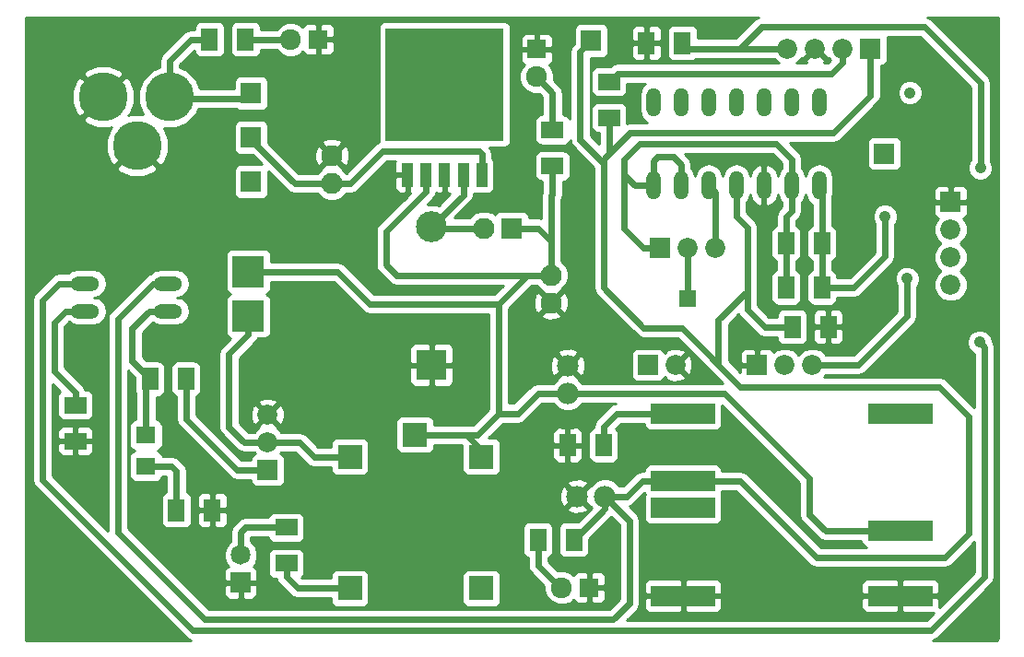
<source format=gbl>
G04 (created by PCBNEW (2013-07-07 BZR 4022)-stable) date 15/03/2016 14:01:07*
%MOIN*%
G04 Gerber Fmt 3.4, Leading zero omitted, Abs format*
%FSLAX34Y34*%
G01*
G70*
G90*
G04 APERTURE LIST*
%ADD10C,0.00590551*%
%ADD11R,0.23189X0.073622*%
%ADD12R,0.06X0.08*%
%ADD13R,0.08X0.06*%
%ADD14R,0.0724409X0.0724409*%
%ADD15C,0.0724409*%
%ADD16R,0.06X0.06*%
%ADD17R,0.088189X0.088189*%
%ADD18O,0.104X0.052*%
%ADD19O,0.052X0.104*%
%ADD20R,0.0709X0.0629*%
%ADD21C,0.1771*%
%ADD22R,0.076378X0.076378*%
%ADD23R,0.115748X0.115748*%
%ADD24R,0.111811X0.111811*%
%ADD25C,0.076378*%
%ADD26C,0.111811*%
%ADD27R,0.109449X0.108189*%
%ADD28C,0.0775591*%
%ADD29R,0.071811X0.071811*%
%ADD30C,0.071811*%
%ADD31R,0.067874X0.067874*%
%ADD32C,0.075748*%
%ADD33R,0.042X0.085*%
%ADD34R,0.4251X0.4098*%
%ADD35C,0.0413386*%
%ADD36C,0.023622*%
%ADD37C,0.01*%
G04 APERTURE END LIST*
G54D10*
G54D11*
X45125Y-34825D03*
X45125Y-31625D03*
X45125Y-30675D03*
X45125Y-28225D03*
X52975Y-28225D03*
X52975Y-34825D03*
X52975Y-32475D03*
G54D12*
X48850Y-22075D03*
X50150Y-22075D03*
X48850Y-23675D03*
X50150Y-23675D03*
G54D13*
X23150Y-27925D03*
X23150Y-29225D03*
G54D12*
X26800Y-31725D03*
X28100Y-31725D03*
X25850Y-26975D03*
X27150Y-26975D03*
G54D14*
X44300Y-22225D03*
G54D15*
X45300Y-22225D03*
X46300Y-22225D03*
G54D14*
X30100Y-30275D03*
G54D15*
X30100Y-29275D03*
X30100Y-28275D03*
G54D16*
X45300Y-24075D03*
G54D14*
X52400Y-18825D03*
G54D17*
X33075Y-29800D03*
X33075Y-34550D03*
X37825Y-29800D03*
X35425Y-29000D03*
X37825Y-34550D03*
G54D18*
X23500Y-23525D03*
X23500Y-24525D03*
X26500Y-24525D03*
X26500Y-23525D03*
G54D19*
X44050Y-19975D03*
X45050Y-19975D03*
X46050Y-19975D03*
X47050Y-19975D03*
X48050Y-19975D03*
X49050Y-19975D03*
X50050Y-19975D03*
X50050Y-16975D03*
X49050Y-16975D03*
X48050Y-16975D03*
X47050Y-16975D03*
X46050Y-16975D03*
X45050Y-16975D03*
X44050Y-16975D03*
G54D20*
X25700Y-29016D03*
X25700Y-30134D03*
G54D21*
X26553Y-16771D03*
X25372Y-18543D03*
X24144Y-16771D03*
G54D22*
X29500Y-16650D03*
X29500Y-19850D03*
X29500Y-18250D03*
G54D23*
X29400Y-23100D03*
G54D24*
X29400Y-24700D03*
G54D14*
X54800Y-20575D03*
G54D15*
X54800Y-21575D03*
X54800Y-22575D03*
X54800Y-23575D03*
G54D14*
X43850Y-26475D03*
G54D15*
X44850Y-26475D03*
G54D14*
X47800Y-26475D03*
G54D15*
X48800Y-26475D03*
X49800Y-26475D03*
G54D14*
X51900Y-15025D03*
G54D15*
X50900Y-15025D03*
X49900Y-15025D03*
X48900Y-15025D03*
G54D12*
X45100Y-14825D03*
X43800Y-14825D03*
G54D13*
X42450Y-17525D03*
X42450Y-16225D03*
G54D25*
X32425Y-18900D03*
X32425Y-19900D03*
G54D26*
X36025Y-21475D03*
G54D27*
X36025Y-26475D03*
G54D22*
X38925Y-21525D03*
G54D25*
X37925Y-21525D03*
X40350Y-24225D03*
X40350Y-23225D03*
G54D28*
X40950Y-26500D03*
X40950Y-27500D03*
X41300Y-31225D03*
X42300Y-31225D03*
G54D12*
X42250Y-29375D03*
X40950Y-29375D03*
G54D22*
X41800Y-14750D03*
G54D12*
X28000Y-14700D03*
X29300Y-14700D03*
G54D13*
X40400Y-17975D03*
X40400Y-19275D03*
X30775Y-32350D03*
X30775Y-33650D03*
G54D12*
X39875Y-32800D03*
X41175Y-32800D03*
X49075Y-25100D03*
X50375Y-25100D03*
G54D29*
X29125Y-34350D03*
G54D30*
X29125Y-33350D03*
G54D31*
X41725Y-34525D03*
G54D32*
X40725Y-34525D03*
G54D31*
X39825Y-15050D03*
G54D32*
X39825Y-16050D03*
G54D31*
X31925Y-14700D03*
G54D32*
X30925Y-14700D03*
G54D33*
X37840Y-19605D03*
X37170Y-19605D03*
X36500Y-19605D03*
X35830Y-19605D03*
X35160Y-19605D03*
G54D34*
X36500Y-16325D03*
G54D35*
X53325Y-16625D03*
X52425Y-21100D03*
X53225Y-23350D03*
X55875Y-19350D03*
X55850Y-25650D03*
G54D36*
X50150Y-23675D02*
X51300Y-23675D01*
X52425Y-22550D02*
X52425Y-21100D01*
X51300Y-23675D02*
X52425Y-22550D01*
X50150Y-22075D02*
X50150Y-20075D01*
X50150Y-20075D02*
X50050Y-19975D01*
X50150Y-22075D02*
X50150Y-23675D01*
X45125Y-28225D02*
X42725Y-28225D01*
X42250Y-28700D02*
X42250Y-29375D01*
X42725Y-28225D02*
X42250Y-28700D01*
X49800Y-26475D02*
X51450Y-26475D01*
X53225Y-24700D02*
X53225Y-23350D01*
X51450Y-26475D02*
X53225Y-24700D01*
X47000Y-15025D02*
X47175Y-15025D01*
X55875Y-16275D02*
X55875Y-19350D01*
X53850Y-14250D02*
X55875Y-16275D01*
X47950Y-14250D02*
X53850Y-14250D01*
X47175Y-15025D02*
X47950Y-14250D01*
X45300Y-24075D02*
X45300Y-22225D01*
X48900Y-15025D02*
X47000Y-15025D01*
X47000Y-15025D02*
X46700Y-15025D01*
X45300Y-15025D02*
X45100Y-14825D01*
X46700Y-15025D02*
X45300Y-15025D01*
X46300Y-22225D02*
X46300Y-20225D01*
X46300Y-20225D02*
X46050Y-19975D01*
X27150Y-26975D02*
X27150Y-28425D01*
X27150Y-28425D02*
X28300Y-29575D01*
X29000Y-30275D02*
X30100Y-30275D01*
X28300Y-29575D02*
X29000Y-30275D01*
X40950Y-27500D02*
X46625Y-27500D01*
X50275Y-32475D02*
X52975Y-32475D01*
X49700Y-31900D02*
X50275Y-32475D01*
X49700Y-30575D02*
X49700Y-31900D01*
X46625Y-27500D02*
X49700Y-30575D01*
X35830Y-19605D02*
X35830Y-20195D01*
X34750Y-23225D02*
X39825Y-23225D01*
X34375Y-22850D02*
X34750Y-23225D01*
X34375Y-21650D02*
X34375Y-22850D01*
X35830Y-20195D02*
X34375Y-21650D01*
X37170Y-19605D02*
X37170Y-20330D01*
X37170Y-20330D02*
X36025Y-21475D01*
X32425Y-19900D02*
X33100Y-19900D01*
X37840Y-18840D02*
X37840Y-19605D01*
X37750Y-18750D02*
X37840Y-18840D01*
X34250Y-18750D02*
X37750Y-18750D01*
X33100Y-19900D02*
X34250Y-18750D01*
X26553Y-16771D02*
X26553Y-15472D01*
X27325Y-14700D02*
X28000Y-14700D01*
X26553Y-15472D02*
X27325Y-14700D01*
X30925Y-14700D02*
X29300Y-14700D01*
X40400Y-19275D02*
X40400Y-20300D01*
X40350Y-20350D02*
X40350Y-20925D01*
X40400Y-20300D02*
X40350Y-20350D01*
X40400Y-17975D02*
X40400Y-16625D01*
X40400Y-16625D02*
X39825Y-16050D01*
X38450Y-28225D02*
X39150Y-28225D01*
X39875Y-27500D02*
X40950Y-27500D01*
X39150Y-28225D02*
X39875Y-27500D01*
X37175Y-29000D02*
X37675Y-29000D01*
X38450Y-28225D02*
X38450Y-24275D01*
X37675Y-29000D02*
X38450Y-28225D01*
X29500Y-18250D02*
X29500Y-18325D01*
X31075Y-19900D02*
X32425Y-19900D01*
X29500Y-18325D02*
X31075Y-19900D01*
X27525Y-16846D02*
X26628Y-16846D01*
X26628Y-16846D02*
X26553Y-16771D01*
X29400Y-23100D02*
X32625Y-23100D01*
X32625Y-23100D02*
X33800Y-24275D01*
X33800Y-24275D02*
X38450Y-24275D01*
X38450Y-24275D02*
X39175Y-23550D01*
X39175Y-23550D02*
X39500Y-23225D01*
X39700Y-23225D02*
X39825Y-23225D01*
X39825Y-23225D02*
X40350Y-23225D01*
X39500Y-23225D02*
X39700Y-23225D01*
X40350Y-22125D02*
X40350Y-21225D01*
X40350Y-21225D02*
X40350Y-20925D01*
X38925Y-21525D02*
X39875Y-21525D01*
X40350Y-22000D02*
X40350Y-22125D01*
X40350Y-22125D02*
X40350Y-23225D01*
X39875Y-21525D02*
X40350Y-22000D01*
X37925Y-21525D02*
X36075Y-21525D01*
X36075Y-21525D02*
X36025Y-21475D01*
X27303Y-16846D02*
X27525Y-16846D01*
X27525Y-16846D02*
X29304Y-16846D01*
X29304Y-16846D02*
X29500Y-16650D01*
X37825Y-29800D02*
X37825Y-29550D01*
X37275Y-29000D02*
X37175Y-29000D01*
X37175Y-29000D02*
X35425Y-29000D01*
X37825Y-29550D02*
X37275Y-29000D01*
X29400Y-24700D02*
X29400Y-25375D01*
X29250Y-29275D02*
X30100Y-29275D01*
X28700Y-28725D02*
X29250Y-29275D01*
X28700Y-26075D02*
X28700Y-28725D01*
X29400Y-25375D02*
X28700Y-26075D01*
X33075Y-29800D02*
X31775Y-29800D01*
X31250Y-29275D02*
X30100Y-29275D01*
X31775Y-29800D02*
X31250Y-29275D01*
X26800Y-31725D02*
X26800Y-30300D01*
X26634Y-30134D02*
X25700Y-30134D01*
X26800Y-30300D02*
X26634Y-30134D01*
X23150Y-27925D02*
X23150Y-27475D01*
X22800Y-24525D02*
X23500Y-24525D01*
X22375Y-24950D02*
X22800Y-24525D01*
X22375Y-26700D02*
X22375Y-24950D01*
X23150Y-27475D02*
X22375Y-26700D01*
X26500Y-24525D02*
X25825Y-24525D01*
X25200Y-26325D02*
X25850Y-26975D01*
X25200Y-25150D02*
X25200Y-26325D01*
X25825Y-24525D02*
X25200Y-25150D01*
X25700Y-29016D02*
X25700Y-27125D01*
X25700Y-27125D02*
X25850Y-26975D01*
X22550Y-23525D02*
X23500Y-23525D01*
X21950Y-24125D02*
X22550Y-23525D01*
X21950Y-30625D02*
X21950Y-24125D01*
X27400Y-36075D02*
X21950Y-30625D01*
X54075Y-36075D02*
X27400Y-36075D01*
X56025Y-34125D02*
X54075Y-36075D01*
X56025Y-25825D02*
X56025Y-34125D01*
X55850Y-25650D02*
X56025Y-25825D01*
X26500Y-23525D02*
X25950Y-23525D01*
X43175Y-32100D02*
X42300Y-31225D01*
X43175Y-35100D02*
X43175Y-32100D01*
X42600Y-35675D02*
X43175Y-35100D01*
X27825Y-35675D02*
X42600Y-35675D01*
X24675Y-32525D02*
X27825Y-35675D01*
X24675Y-24800D02*
X24675Y-32525D01*
X25950Y-23525D02*
X24675Y-24800D01*
X45125Y-30675D02*
X47175Y-30675D01*
X46200Y-26275D02*
X46200Y-26250D01*
X47200Y-27275D02*
X46200Y-26275D01*
X54400Y-27275D02*
X47200Y-27275D01*
X55450Y-28325D02*
X54400Y-27275D01*
X55450Y-32575D02*
X55450Y-28325D01*
X54575Y-33450D02*
X55450Y-32575D01*
X49950Y-33450D02*
X54575Y-33450D01*
X47175Y-30675D02*
X49950Y-33450D01*
X45125Y-30675D02*
X43650Y-30675D01*
X43100Y-31225D02*
X42300Y-31225D01*
X43650Y-30675D02*
X43100Y-31225D01*
X42300Y-31225D02*
X42300Y-31675D01*
X39875Y-32800D02*
X39875Y-33725D01*
X39875Y-33725D02*
X40700Y-34550D01*
X42300Y-31675D02*
X41175Y-32800D01*
X47450Y-23650D02*
X47450Y-24475D01*
X48075Y-25100D02*
X49075Y-25100D01*
X47450Y-24475D02*
X48075Y-25100D01*
X42250Y-19200D02*
X42250Y-19175D01*
X41400Y-15150D02*
X41800Y-14750D01*
X41400Y-18325D02*
X41400Y-15150D01*
X42250Y-19175D02*
X41400Y-18325D01*
X42250Y-19025D02*
X42250Y-19200D01*
X42250Y-19200D02*
X42250Y-20775D01*
X42250Y-23675D02*
X43700Y-25125D01*
X43700Y-25125D02*
X45075Y-25125D01*
X45075Y-25125D02*
X46200Y-26250D01*
X42250Y-20775D02*
X42250Y-23675D01*
X46200Y-26250D02*
X46400Y-26450D01*
X47450Y-23800D02*
X47450Y-23650D01*
X46400Y-24850D02*
X47450Y-23800D01*
X46400Y-26450D02*
X46400Y-24850D01*
X47050Y-21100D02*
X47050Y-19975D01*
X47450Y-23650D02*
X47450Y-21500D01*
X47450Y-21500D02*
X47050Y-21100D01*
X51900Y-15025D02*
X51900Y-16725D01*
X42450Y-18825D02*
X42250Y-19025D01*
X42450Y-17525D02*
X42450Y-18825D01*
X51900Y-16725D02*
X50550Y-18075D01*
X50550Y-18075D02*
X43200Y-18075D01*
X43200Y-18075D02*
X42250Y-19025D01*
X50900Y-15025D02*
X50900Y-15525D01*
X50900Y-15525D02*
X50500Y-15925D01*
X50500Y-15925D02*
X42750Y-15925D01*
X42750Y-15925D02*
X42450Y-16225D01*
X29125Y-33350D02*
X29125Y-32525D01*
X29300Y-32350D02*
X30775Y-32350D01*
X29125Y-32525D02*
X29300Y-32350D01*
X33075Y-34550D02*
X31175Y-34550D01*
X30775Y-34150D02*
X30775Y-33650D01*
X31175Y-34550D02*
X30775Y-34150D01*
X44300Y-22225D02*
X43675Y-22225D01*
X43000Y-21550D02*
X43000Y-19325D01*
X43675Y-22225D02*
X43000Y-21550D01*
X44050Y-19975D02*
X43375Y-19975D01*
X49050Y-19025D02*
X49050Y-19975D01*
X48500Y-18475D02*
X49050Y-19025D01*
X43550Y-18475D02*
X48500Y-18475D01*
X43000Y-19025D02*
X43550Y-18475D01*
X43000Y-19600D02*
X43000Y-19325D01*
X43000Y-19325D02*
X43000Y-19025D01*
X43375Y-19975D02*
X43000Y-19600D01*
X48850Y-22075D02*
X48850Y-21100D01*
X48850Y-21100D02*
X49050Y-20900D01*
X49050Y-20900D02*
X49050Y-19975D01*
X45050Y-19975D02*
X45050Y-19225D01*
X44050Y-19100D02*
X44050Y-19975D01*
X44200Y-18950D02*
X44050Y-19100D01*
X44775Y-18950D02*
X44200Y-18950D01*
X45050Y-19225D02*
X44775Y-18950D01*
X48850Y-22075D02*
X48850Y-23675D01*
G54D10*
G36*
X36699Y-20280D02*
X36276Y-20703D01*
X36186Y-20666D01*
X35879Y-20665D01*
X36090Y-20455D01*
X36170Y-20335D01*
X36185Y-20257D01*
X36240Y-20280D01*
X36387Y-20280D01*
X36450Y-20217D01*
X36450Y-19655D01*
X36442Y-19655D01*
X36442Y-19555D01*
X36450Y-19555D01*
X36450Y-19547D01*
X36550Y-19547D01*
X36550Y-19555D01*
X36557Y-19555D01*
X36557Y-19655D01*
X36550Y-19655D01*
X36550Y-20217D01*
X36612Y-20280D01*
X36699Y-20280D01*
X36699Y-20280D01*
G37*
G54D37*
X36699Y-20280D02*
X36276Y-20703D01*
X36186Y-20666D01*
X35879Y-20665D01*
X36090Y-20455D01*
X36170Y-20335D01*
X36185Y-20257D01*
X36240Y-20280D01*
X36387Y-20280D01*
X36450Y-20217D01*
X36450Y-19655D01*
X36442Y-19655D01*
X36442Y-19555D01*
X36450Y-19555D01*
X36450Y-19547D01*
X36550Y-19547D01*
X36550Y-19555D01*
X36557Y-19555D01*
X36557Y-19655D01*
X36550Y-19655D01*
X36550Y-20217D01*
X36612Y-20280D01*
X36699Y-20280D01*
G54D10*
G36*
X47107Y-17025D02*
X47100Y-17025D01*
X47100Y-17032D01*
X47000Y-17032D01*
X47000Y-17025D01*
X46992Y-17025D01*
X46992Y-16925D01*
X47000Y-16925D01*
X47000Y-16917D01*
X47100Y-16917D01*
X47100Y-16925D01*
X47107Y-16925D01*
X47107Y-17025D01*
X47107Y-17025D01*
G37*
G54D37*
X47107Y-17025D02*
X47100Y-17025D01*
X47100Y-17032D01*
X47000Y-17032D01*
X47000Y-17025D01*
X46992Y-17025D01*
X46992Y-16925D01*
X47000Y-16925D01*
X47000Y-16917D01*
X47100Y-16917D01*
X47100Y-16925D01*
X47107Y-16925D01*
X47107Y-17025D01*
G54D10*
G36*
X50456Y-15447D02*
X50347Y-15556D01*
X50225Y-15556D01*
X50260Y-15455D01*
X49900Y-15095D01*
X49539Y-15455D01*
X49574Y-15556D01*
X49215Y-15556D01*
X49246Y-15544D01*
X49418Y-15372D01*
X49420Y-15368D01*
X49469Y-15385D01*
X49829Y-15025D01*
X49823Y-15019D01*
X49894Y-14948D01*
X49900Y-14954D01*
X49905Y-14948D01*
X49976Y-15019D01*
X49970Y-15025D01*
X50330Y-15385D01*
X50379Y-15368D01*
X50380Y-15371D01*
X50456Y-15447D01*
X50456Y-15447D01*
G37*
G54D37*
X50456Y-15447D02*
X50347Y-15556D01*
X50225Y-15556D01*
X50260Y-15455D01*
X49900Y-15095D01*
X49539Y-15455D01*
X49574Y-15556D01*
X49215Y-15556D01*
X49246Y-15544D01*
X49418Y-15372D01*
X49420Y-15368D01*
X49469Y-15385D01*
X49829Y-15025D01*
X49823Y-15019D01*
X49894Y-14948D01*
X49900Y-14954D01*
X49905Y-14948D01*
X49976Y-15019D01*
X49970Y-15025D01*
X50330Y-15385D01*
X50379Y-15368D01*
X50380Y-15371D01*
X50456Y-15447D01*
G54D10*
G36*
X51738Y-33081D02*
X50102Y-33081D01*
X47435Y-30414D01*
X47315Y-30334D01*
X47175Y-30306D01*
X46534Y-30306D01*
X46534Y-30257D01*
X46496Y-30165D01*
X46426Y-30095D01*
X46334Y-30056D01*
X46234Y-30056D01*
X43916Y-30056D01*
X43824Y-30094D01*
X43753Y-30165D01*
X43715Y-30256D01*
X43715Y-30306D01*
X43650Y-30306D01*
X43509Y-30334D01*
X43389Y-30414D01*
X42947Y-30856D01*
X42833Y-30856D01*
X42661Y-30684D01*
X42427Y-30587D01*
X42173Y-30587D01*
X41939Y-30683D01*
X41769Y-30853D01*
X41749Y-30846D01*
X41678Y-30916D01*
X41678Y-30775D01*
X41640Y-30671D01*
X41500Y-30618D01*
X41500Y-29725D01*
X41500Y-29024D01*
X41499Y-28925D01*
X41461Y-28833D01*
X41391Y-28762D01*
X41299Y-28724D01*
X41062Y-28725D01*
X41000Y-28787D01*
X41000Y-29325D01*
X41437Y-29325D01*
X41500Y-29262D01*
X41500Y-29024D01*
X41500Y-29725D01*
X41500Y-29487D01*
X41437Y-29425D01*
X41000Y-29425D01*
X41000Y-29962D01*
X41062Y-30025D01*
X41299Y-30025D01*
X41391Y-29987D01*
X41461Y-29916D01*
X41499Y-29824D01*
X41500Y-29725D01*
X41500Y-30618D01*
X41402Y-30582D01*
X41149Y-30592D01*
X40959Y-30671D01*
X40921Y-30775D01*
X41300Y-31154D01*
X41678Y-30775D01*
X41678Y-30916D01*
X41370Y-31225D01*
X41749Y-31603D01*
X41769Y-31596D01*
X41813Y-31640D01*
X41678Y-31775D01*
X41678Y-31674D01*
X41300Y-31295D01*
X41229Y-31366D01*
X41229Y-31225D01*
X40900Y-30895D01*
X40900Y-29962D01*
X40900Y-29425D01*
X40900Y-29325D01*
X40900Y-28787D01*
X40837Y-28725D01*
X40600Y-28724D01*
X40508Y-28762D01*
X40438Y-28833D01*
X40400Y-28925D01*
X40399Y-29024D01*
X40400Y-29262D01*
X40462Y-29325D01*
X40900Y-29325D01*
X40900Y-29425D01*
X40462Y-29425D01*
X40400Y-29487D01*
X40399Y-29725D01*
X40400Y-29824D01*
X40438Y-29916D01*
X40508Y-29987D01*
X40600Y-30025D01*
X40837Y-30025D01*
X40900Y-29962D01*
X40900Y-30895D01*
X40850Y-30846D01*
X40746Y-30884D01*
X40657Y-31122D01*
X40667Y-31375D01*
X40746Y-31565D01*
X40850Y-31603D01*
X41229Y-31225D01*
X41229Y-31366D01*
X40921Y-31674D01*
X40959Y-31778D01*
X41197Y-31867D01*
X41450Y-31857D01*
X41640Y-31778D01*
X41678Y-31674D01*
X41678Y-31775D01*
X41304Y-32149D01*
X40825Y-32149D01*
X40733Y-32187D01*
X40663Y-32258D01*
X40625Y-32350D01*
X40624Y-32449D01*
X40624Y-33249D01*
X40662Y-33341D01*
X40733Y-33411D01*
X40825Y-33449D01*
X40924Y-33450D01*
X41524Y-33450D01*
X41616Y-33412D01*
X41686Y-33341D01*
X41724Y-33249D01*
X41725Y-33150D01*
X41725Y-32770D01*
X42525Y-31970D01*
X42806Y-32252D01*
X42806Y-34947D01*
X42447Y-35306D01*
X42314Y-35306D01*
X42314Y-34814D01*
X42314Y-34235D01*
X42314Y-34135D01*
X42276Y-34043D01*
X42205Y-33973D01*
X42113Y-33935D01*
X41837Y-33935D01*
X41775Y-33998D01*
X41775Y-34475D01*
X42251Y-34475D01*
X42314Y-34412D01*
X42314Y-34235D01*
X42314Y-34814D01*
X42314Y-34637D01*
X42251Y-34575D01*
X41775Y-34575D01*
X41775Y-35051D01*
X41837Y-35114D01*
X42113Y-35114D01*
X42205Y-35076D01*
X42276Y-35006D01*
X42314Y-34914D01*
X42314Y-34814D01*
X42314Y-35306D01*
X41675Y-35306D01*
X41675Y-35051D01*
X41675Y-34575D01*
X41667Y-34575D01*
X41667Y-34475D01*
X41675Y-34475D01*
X41675Y-33998D01*
X41612Y-33935D01*
X41336Y-33935D01*
X41244Y-33973D01*
X41173Y-34043D01*
X41161Y-34072D01*
X41081Y-33992D01*
X40850Y-33896D01*
X40600Y-33896D01*
X40576Y-33906D01*
X40243Y-33572D01*
X40243Y-33442D01*
X40316Y-33412D01*
X40386Y-33341D01*
X40424Y-33249D01*
X40425Y-33150D01*
X40425Y-32350D01*
X40387Y-32258D01*
X40316Y-32188D01*
X40224Y-32150D01*
X40125Y-32149D01*
X39525Y-32149D01*
X39433Y-32187D01*
X39363Y-32258D01*
X39325Y-32350D01*
X39324Y-32449D01*
X39324Y-33249D01*
X39362Y-33341D01*
X39433Y-33411D01*
X39506Y-33442D01*
X39506Y-33725D01*
X39534Y-33865D01*
X39614Y-33985D01*
X40096Y-34466D01*
X40096Y-34649D01*
X40191Y-34880D01*
X40368Y-35057D01*
X40599Y-35153D01*
X40849Y-35153D01*
X41080Y-35058D01*
X41161Y-34977D01*
X41173Y-35006D01*
X41244Y-35076D01*
X41336Y-35114D01*
X41612Y-35114D01*
X41675Y-35051D01*
X41675Y-35306D01*
X38515Y-35306D01*
X38515Y-34941D01*
X38515Y-34059D01*
X38478Y-33967D01*
X38407Y-33897D01*
X38315Y-33859D01*
X38216Y-33859D01*
X37334Y-33859D01*
X37242Y-33896D01*
X37172Y-33967D01*
X37134Y-34059D01*
X37134Y-34158D01*
X37134Y-35040D01*
X37171Y-35132D01*
X37242Y-35202D01*
X37334Y-35240D01*
X37433Y-35240D01*
X38315Y-35240D01*
X38407Y-35203D01*
X38477Y-35132D01*
X38515Y-35040D01*
X38515Y-34941D01*
X38515Y-35306D01*
X33765Y-35306D01*
X33765Y-34941D01*
X33765Y-34059D01*
X33728Y-33967D01*
X33657Y-33897D01*
X33565Y-33859D01*
X33466Y-33859D01*
X32584Y-33859D01*
X32492Y-33896D01*
X32422Y-33967D01*
X32384Y-34059D01*
X32384Y-34158D01*
X32384Y-34181D01*
X31327Y-34181D01*
X31310Y-34164D01*
X31316Y-34162D01*
X31386Y-34091D01*
X31424Y-33999D01*
X31425Y-33900D01*
X31425Y-33300D01*
X31425Y-32600D01*
X31425Y-32000D01*
X31387Y-31908D01*
X31316Y-31838D01*
X31224Y-31800D01*
X31125Y-31799D01*
X30325Y-31799D01*
X30233Y-31837D01*
X30163Y-31908D01*
X30132Y-31981D01*
X29300Y-31981D01*
X29299Y-31981D01*
X29276Y-31986D01*
X29159Y-32009D01*
X29039Y-32089D01*
X29039Y-32089D01*
X28864Y-32264D01*
X28784Y-32384D01*
X28756Y-32525D01*
X28756Y-32856D01*
X28650Y-32963D01*
X28650Y-32075D01*
X28650Y-31374D01*
X28649Y-31275D01*
X28611Y-31183D01*
X28541Y-31112D01*
X28449Y-31074D01*
X28212Y-31075D01*
X28150Y-31137D01*
X28150Y-31675D01*
X28587Y-31675D01*
X28650Y-31612D01*
X28650Y-31374D01*
X28650Y-32075D01*
X28650Y-31837D01*
X28587Y-31775D01*
X28150Y-31775D01*
X28150Y-32312D01*
X28212Y-32375D01*
X28449Y-32375D01*
X28541Y-32337D01*
X28611Y-32266D01*
X28649Y-32174D01*
X28650Y-32075D01*
X28650Y-32963D01*
X28608Y-33004D01*
X28516Y-33228D01*
X28515Y-33470D01*
X28608Y-33694D01*
X28672Y-33758D01*
X28624Y-33779D01*
X28553Y-33849D01*
X28515Y-33941D01*
X28515Y-34237D01*
X28578Y-34300D01*
X29075Y-34300D01*
X29075Y-34292D01*
X29175Y-34292D01*
X29175Y-34300D01*
X29671Y-34300D01*
X29734Y-34237D01*
X29734Y-33941D01*
X29696Y-33849D01*
X29625Y-33779D01*
X29577Y-33758D01*
X29641Y-33695D01*
X29733Y-33471D01*
X29734Y-33229D01*
X29641Y-33005D01*
X29493Y-32856D01*
X29493Y-32718D01*
X30132Y-32718D01*
X30162Y-32791D01*
X30233Y-32861D01*
X30325Y-32899D01*
X30424Y-32900D01*
X31224Y-32900D01*
X31316Y-32862D01*
X31386Y-32791D01*
X31424Y-32699D01*
X31425Y-32600D01*
X31425Y-33300D01*
X31387Y-33208D01*
X31316Y-33138D01*
X31224Y-33100D01*
X31125Y-33099D01*
X30325Y-33099D01*
X30233Y-33137D01*
X30163Y-33208D01*
X30125Y-33300D01*
X30124Y-33399D01*
X30124Y-33999D01*
X30162Y-34091D01*
X30233Y-34161D01*
X30325Y-34199D01*
X30416Y-34200D01*
X30434Y-34290D01*
X30514Y-34410D01*
X30914Y-34810D01*
X30914Y-34810D01*
X31034Y-34890D01*
X31151Y-34913D01*
X31174Y-34918D01*
X31174Y-34918D01*
X31175Y-34918D01*
X32384Y-34918D01*
X32384Y-35040D01*
X32421Y-35132D01*
X32492Y-35202D01*
X32584Y-35240D01*
X32683Y-35240D01*
X33565Y-35240D01*
X33657Y-35203D01*
X33727Y-35132D01*
X33765Y-35040D01*
X33765Y-34941D01*
X33765Y-35306D01*
X29734Y-35306D01*
X29734Y-34758D01*
X29734Y-34462D01*
X29671Y-34400D01*
X29175Y-34400D01*
X29175Y-34896D01*
X29237Y-34959D01*
X29434Y-34959D01*
X29534Y-34959D01*
X29625Y-34920D01*
X29696Y-34850D01*
X29734Y-34758D01*
X29734Y-35306D01*
X29075Y-35306D01*
X29075Y-34896D01*
X29075Y-34400D01*
X28578Y-34400D01*
X28515Y-34462D01*
X28515Y-34758D01*
X28553Y-34850D01*
X28624Y-34920D01*
X28715Y-34959D01*
X28815Y-34959D01*
X29012Y-34959D01*
X29075Y-34896D01*
X29075Y-35306D01*
X28050Y-35306D01*
X28050Y-32312D01*
X28050Y-31775D01*
X28050Y-31675D01*
X28050Y-31137D01*
X27987Y-31075D01*
X27750Y-31074D01*
X27658Y-31112D01*
X27588Y-31183D01*
X27550Y-31275D01*
X27549Y-31374D01*
X27550Y-31612D01*
X27612Y-31675D01*
X28050Y-31675D01*
X28050Y-31775D01*
X27612Y-31775D01*
X27550Y-31837D01*
X27549Y-32075D01*
X27550Y-32174D01*
X27588Y-32266D01*
X27658Y-32337D01*
X27750Y-32375D01*
X27987Y-32375D01*
X28050Y-32312D01*
X28050Y-35306D01*
X27977Y-35306D01*
X25043Y-32372D01*
X25043Y-26688D01*
X25299Y-26945D01*
X25299Y-27424D01*
X25331Y-27501D01*
X25331Y-28451D01*
X25295Y-28451D01*
X25204Y-28489D01*
X25133Y-28559D01*
X25095Y-28651D01*
X25095Y-28751D01*
X25095Y-29380D01*
X25133Y-29471D01*
X25203Y-29542D01*
X25282Y-29575D01*
X25204Y-29607D01*
X25133Y-29677D01*
X25095Y-29769D01*
X25095Y-29869D01*
X25095Y-30498D01*
X25133Y-30589D01*
X25203Y-30660D01*
X25295Y-30698D01*
X25395Y-30698D01*
X26104Y-30698D01*
X26195Y-30660D01*
X26266Y-30590D01*
X26302Y-30502D01*
X26431Y-30502D01*
X26431Y-31082D01*
X26358Y-31112D01*
X26288Y-31183D01*
X26250Y-31275D01*
X26249Y-31374D01*
X26249Y-32174D01*
X26287Y-32266D01*
X26358Y-32336D01*
X26450Y-32374D01*
X26549Y-32375D01*
X27149Y-32375D01*
X27241Y-32337D01*
X27311Y-32266D01*
X27349Y-32174D01*
X27350Y-32075D01*
X27350Y-31275D01*
X27312Y-31183D01*
X27241Y-31113D01*
X27168Y-31082D01*
X27168Y-30300D01*
X27140Y-30159D01*
X27060Y-30039D01*
X26894Y-29873D01*
X26774Y-29793D01*
X26634Y-29765D01*
X26302Y-29765D01*
X26266Y-29678D01*
X26196Y-29607D01*
X26117Y-29574D01*
X26195Y-29542D01*
X26266Y-29472D01*
X26304Y-29380D01*
X26304Y-29280D01*
X26304Y-28651D01*
X26266Y-28560D01*
X26196Y-28489D01*
X26104Y-28451D01*
X26068Y-28451D01*
X26068Y-27625D01*
X26199Y-27625D01*
X26291Y-27587D01*
X26361Y-27516D01*
X26399Y-27424D01*
X26400Y-27325D01*
X26400Y-26525D01*
X26362Y-26433D01*
X26291Y-26363D01*
X26199Y-26325D01*
X26100Y-26324D01*
X25720Y-26324D01*
X25568Y-26172D01*
X25568Y-25302D01*
X25936Y-24933D01*
X26029Y-24996D01*
X26224Y-25035D01*
X26775Y-25035D01*
X26970Y-24996D01*
X27135Y-24885D01*
X27246Y-24720D01*
X27285Y-24525D01*
X27246Y-24329D01*
X27135Y-24164D01*
X26970Y-24053D01*
X26825Y-24025D01*
X26970Y-23996D01*
X27135Y-23885D01*
X27246Y-23720D01*
X27285Y-23525D01*
X27246Y-23329D01*
X27135Y-23164D01*
X26970Y-23053D01*
X26775Y-23015D01*
X26224Y-23015D01*
X26110Y-23037D01*
X26110Y-19352D01*
X25372Y-18613D01*
X24633Y-19352D01*
X24732Y-19508D01*
X25150Y-19679D01*
X25602Y-19677D01*
X26011Y-19508D01*
X26110Y-19352D01*
X26110Y-23037D01*
X26029Y-23053D01*
X25864Y-23164D01*
X25856Y-23175D01*
X25809Y-23184D01*
X25689Y-23264D01*
X25689Y-23264D01*
X24414Y-24539D01*
X24334Y-24659D01*
X24306Y-24800D01*
X24306Y-32461D01*
X23800Y-31954D01*
X23800Y-29574D01*
X23800Y-28875D01*
X23762Y-28783D01*
X23691Y-28713D01*
X23599Y-28675D01*
X23500Y-28674D01*
X23262Y-28675D01*
X23200Y-28737D01*
X23200Y-29175D01*
X23737Y-29175D01*
X23800Y-29112D01*
X23800Y-28875D01*
X23800Y-29574D01*
X23800Y-29337D01*
X23737Y-29275D01*
X23200Y-29275D01*
X23200Y-29712D01*
X23262Y-29775D01*
X23500Y-29775D01*
X23599Y-29774D01*
X23691Y-29736D01*
X23762Y-29666D01*
X23800Y-29574D01*
X23800Y-31954D01*
X23100Y-31254D01*
X23100Y-29712D01*
X23100Y-29275D01*
X23100Y-29175D01*
X23100Y-28737D01*
X23037Y-28675D01*
X22799Y-28674D01*
X22700Y-28675D01*
X22608Y-28713D01*
X22537Y-28783D01*
X22499Y-28875D01*
X22500Y-29112D01*
X22562Y-29175D01*
X23100Y-29175D01*
X23100Y-29275D01*
X22562Y-29275D01*
X22500Y-29337D01*
X22499Y-29574D01*
X22537Y-29666D01*
X22608Y-29736D01*
X22700Y-29774D01*
X22799Y-29775D01*
X23037Y-29775D01*
X23100Y-29712D01*
X23100Y-31254D01*
X22318Y-30472D01*
X22318Y-27163D01*
X22587Y-27433D01*
X22538Y-27483D01*
X22500Y-27575D01*
X22499Y-27674D01*
X22499Y-28274D01*
X22537Y-28366D01*
X22608Y-28436D01*
X22700Y-28474D01*
X22799Y-28475D01*
X23599Y-28475D01*
X23691Y-28437D01*
X23761Y-28366D01*
X23799Y-28274D01*
X23800Y-28175D01*
X23800Y-27575D01*
X23762Y-27483D01*
X23691Y-27413D01*
X23599Y-27375D01*
X23500Y-27374D01*
X23498Y-27374D01*
X23490Y-27334D01*
X23410Y-27214D01*
X22743Y-26547D01*
X22743Y-25102D01*
X22921Y-24923D01*
X23029Y-24996D01*
X23224Y-25035D01*
X23775Y-25035D01*
X23970Y-24996D01*
X24135Y-24885D01*
X24246Y-24720D01*
X24285Y-24525D01*
X24246Y-24329D01*
X24135Y-24164D01*
X23970Y-24053D01*
X23825Y-24025D01*
X23970Y-23996D01*
X24135Y-23885D01*
X24246Y-23720D01*
X24285Y-23525D01*
X24246Y-23329D01*
X24135Y-23164D01*
X23970Y-23053D01*
X23775Y-23015D01*
X23224Y-23015D01*
X23029Y-23053D01*
X22875Y-23156D01*
X22550Y-23156D01*
X22409Y-23184D01*
X22289Y-23264D01*
X21689Y-23864D01*
X21609Y-23984D01*
X21581Y-24125D01*
X21581Y-30625D01*
X21609Y-30765D01*
X21689Y-30885D01*
X27139Y-36335D01*
X27259Y-36415D01*
X27308Y-36425D01*
X21350Y-36425D01*
X21350Y-13900D01*
X47858Y-13900D01*
X47809Y-13909D01*
X47689Y-13989D01*
X47022Y-14656D01*
X47000Y-14656D01*
X46700Y-14656D01*
X45650Y-14656D01*
X45650Y-14375D01*
X45612Y-14283D01*
X45541Y-14213D01*
X45449Y-14175D01*
X45350Y-14174D01*
X44750Y-14174D01*
X44658Y-14212D01*
X44588Y-14283D01*
X44550Y-14375D01*
X44549Y-14474D01*
X44549Y-15274D01*
X44587Y-15366D01*
X44658Y-15436D01*
X44750Y-15474D01*
X44849Y-15475D01*
X45449Y-15475D01*
X45541Y-15437D01*
X45585Y-15393D01*
X46700Y-15393D01*
X47000Y-15393D01*
X47175Y-15393D01*
X48402Y-15393D01*
X48552Y-15543D01*
X48584Y-15556D01*
X44350Y-15556D01*
X44350Y-15175D01*
X44350Y-14474D01*
X44349Y-14375D01*
X44311Y-14283D01*
X44241Y-14212D01*
X44149Y-14174D01*
X43912Y-14175D01*
X43850Y-14237D01*
X43850Y-14775D01*
X44287Y-14775D01*
X44350Y-14712D01*
X44350Y-14474D01*
X44350Y-15175D01*
X44350Y-14937D01*
X44287Y-14875D01*
X43850Y-14875D01*
X43850Y-15412D01*
X43912Y-15475D01*
X44149Y-15475D01*
X44241Y-15437D01*
X44311Y-15366D01*
X44349Y-15274D01*
X44350Y-15175D01*
X44350Y-15556D01*
X43750Y-15556D01*
X43750Y-15412D01*
X43750Y-14875D01*
X43750Y-14775D01*
X43750Y-14237D01*
X43687Y-14175D01*
X43450Y-14174D01*
X43358Y-14212D01*
X43288Y-14283D01*
X43250Y-14375D01*
X43249Y-14474D01*
X43250Y-14712D01*
X43312Y-14775D01*
X43750Y-14775D01*
X43750Y-14875D01*
X43312Y-14875D01*
X43250Y-14937D01*
X43249Y-15175D01*
X43250Y-15274D01*
X43288Y-15366D01*
X43358Y-15437D01*
X43450Y-15475D01*
X43687Y-15475D01*
X43750Y-15412D01*
X43750Y-15556D01*
X42750Y-15556D01*
X42749Y-15556D01*
X42609Y-15584D01*
X42489Y-15664D01*
X42489Y-15664D01*
X42479Y-15674D01*
X42000Y-15674D01*
X41908Y-15712D01*
X41838Y-15783D01*
X41800Y-15875D01*
X41799Y-15974D01*
X41799Y-16574D01*
X41837Y-16666D01*
X41908Y-16736D01*
X42000Y-16774D01*
X42099Y-16775D01*
X42899Y-16775D01*
X42991Y-16737D01*
X43061Y-16666D01*
X43099Y-16574D01*
X43100Y-16475D01*
X43100Y-16293D01*
X43758Y-16293D01*
X43689Y-16339D01*
X43578Y-16504D01*
X43540Y-16699D01*
X43540Y-17250D01*
X43578Y-17445D01*
X43689Y-17610D01*
X43833Y-17706D01*
X43200Y-17706D01*
X43100Y-17726D01*
X43100Y-17175D01*
X43062Y-17083D01*
X42991Y-17013D01*
X42899Y-16975D01*
X42800Y-16974D01*
X42000Y-16974D01*
X41908Y-17012D01*
X41838Y-17083D01*
X41800Y-17175D01*
X41799Y-17274D01*
X41799Y-17874D01*
X41837Y-17966D01*
X41908Y-18036D01*
X42000Y-18074D01*
X42081Y-18075D01*
X42081Y-18486D01*
X41768Y-18172D01*
X41768Y-15381D01*
X42231Y-15381D01*
X42323Y-15343D01*
X42393Y-15273D01*
X42431Y-15181D01*
X42431Y-15082D01*
X42431Y-14318D01*
X42393Y-14226D01*
X42323Y-14156D01*
X42231Y-14118D01*
X42132Y-14118D01*
X41368Y-14118D01*
X41276Y-14156D01*
X41206Y-14226D01*
X41168Y-14318D01*
X41168Y-14417D01*
X41168Y-14861D01*
X41139Y-14889D01*
X41059Y-15009D01*
X41031Y-15150D01*
X41031Y-17581D01*
X41012Y-17533D01*
X40941Y-17463D01*
X40849Y-17425D01*
X40768Y-17424D01*
X40768Y-16625D01*
X40768Y-16624D01*
X40768Y-16624D01*
X40763Y-16601D01*
X40740Y-16484D01*
X40660Y-16364D01*
X40660Y-16364D01*
X40453Y-16158D01*
X40453Y-15925D01*
X40358Y-15694D01*
X40277Y-15613D01*
X40306Y-15601D01*
X40376Y-15530D01*
X40414Y-15438D01*
X40414Y-14661D01*
X40376Y-14569D01*
X40306Y-14498D01*
X40214Y-14460D01*
X40114Y-14460D01*
X39937Y-14460D01*
X39875Y-14523D01*
X39875Y-15000D01*
X40351Y-15000D01*
X40414Y-14937D01*
X40414Y-14661D01*
X40414Y-15438D01*
X40414Y-15162D01*
X40351Y-15100D01*
X39875Y-15100D01*
X39875Y-15107D01*
X39775Y-15107D01*
X39775Y-15100D01*
X39775Y-15000D01*
X39775Y-14523D01*
X39712Y-14460D01*
X39535Y-14460D01*
X39435Y-14460D01*
X39343Y-14498D01*
X39273Y-14569D01*
X39235Y-14661D01*
X39235Y-14937D01*
X39298Y-15000D01*
X39775Y-15000D01*
X39775Y-15100D01*
X39298Y-15100D01*
X39235Y-15162D01*
X39235Y-15438D01*
X39273Y-15530D01*
X39343Y-15601D01*
X39372Y-15613D01*
X39292Y-15693D01*
X39196Y-15924D01*
X39196Y-16174D01*
X39291Y-16405D01*
X39468Y-16582D01*
X39699Y-16678D01*
X39933Y-16678D01*
X40031Y-16777D01*
X40031Y-17424D01*
X39950Y-17424D01*
X39858Y-17462D01*
X39788Y-17533D01*
X39750Y-17625D01*
X39749Y-17724D01*
X39749Y-18324D01*
X39787Y-18416D01*
X39858Y-18486D01*
X39950Y-18524D01*
X40049Y-18525D01*
X40849Y-18525D01*
X40941Y-18487D01*
X41011Y-18416D01*
X41037Y-18354D01*
X41059Y-18465D01*
X41139Y-18585D01*
X41881Y-19327D01*
X41881Y-20775D01*
X41881Y-23675D01*
X41909Y-23815D01*
X41989Y-23935D01*
X43439Y-25385D01*
X43439Y-25385D01*
X43559Y-25465D01*
X43700Y-25493D01*
X44922Y-25493D01*
X45889Y-26459D01*
X45939Y-26535D01*
X46536Y-27131D01*
X45466Y-27131D01*
X45466Y-26571D01*
X45456Y-26328D01*
X45382Y-26149D01*
X45280Y-26114D01*
X45210Y-26185D01*
X44920Y-26475D01*
X45280Y-26835D01*
X45382Y-26800D01*
X45466Y-26571D01*
X45466Y-27131D01*
X45210Y-27131D01*
X45210Y-26905D01*
X44850Y-26545D01*
X44844Y-26551D01*
X44779Y-26486D01*
X44773Y-26480D01*
X44779Y-26475D01*
X44773Y-26469D01*
X44844Y-26398D01*
X44850Y-26404D01*
X45210Y-26044D01*
X45175Y-25942D01*
X44946Y-25858D01*
X44703Y-25868D01*
X44524Y-25942D01*
X44489Y-26044D01*
X44444Y-25998D01*
X44438Y-26005D01*
X44424Y-25971D01*
X44354Y-25900D01*
X44262Y-25862D01*
X44162Y-25862D01*
X43438Y-25862D01*
X43346Y-25900D01*
X43275Y-25970D01*
X43237Y-26062D01*
X43237Y-26162D01*
X43237Y-26886D01*
X43275Y-26978D01*
X43345Y-27049D01*
X43437Y-27087D01*
X43537Y-27087D01*
X44261Y-27087D01*
X44353Y-27049D01*
X44424Y-26979D01*
X44438Y-26944D01*
X44444Y-26951D01*
X44489Y-26905D01*
X44524Y-27007D01*
X44753Y-27091D01*
X44996Y-27081D01*
X45175Y-27007D01*
X45210Y-26905D01*
X45210Y-27131D01*
X41592Y-27131D01*
X41592Y-26602D01*
X41582Y-26349D01*
X41503Y-26159D01*
X41399Y-26121D01*
X41328Y-26191D01*
X41328Y-26050D01*
X41290Y-25946D01*
X41052Y-25857D01*
X40986Y-25860D01*
X40986Y-24326D01*
X40976Y-24075D01*
X40899Y-23887D01*
X40795Y-23850D01*
X40420Y-24225D01*
X40795Y-24599D01*
X40899Y-24562D01*
X40986Y-24326D01*
X40986Y-25860D01*
X40799Y-25867D01*
X40724Y-25898D01*
X40724Y-24670D01*
X40350Y-24295D01*
X40279Y-24366D01*
X40279Y-24225D01*
X39904Y-23850D01*
X39800Y-23887D01*
X39713Y-24123D01*
X39723Y-24374D01*
X39800Y-24562D01*
X39904Y-24599D01*
X40279Y-24225D01*
X40279Y-24366D01*
X39975Y-24670D01*
X40012Y-24774D01*
X40248Y-24861D01*
X40499Y-24851D01*
X40687Y-24774D01*
X40724Y-24670D01*
X40724Y-25898D01*
X40609Y-25946D01*
X40571Y-26050D01*
X40950Y-26429D01*
X41328Y-26050D01*
X41328Y-26191D01*
X41020Y-26500D01*
X41399Y-26878D01*
X41503Y-26840D01*
X41592Y-26602D01*
X41592Y-27131D01*
X41483Y-27131D01*
X41321Y-26969D01*
X41328Y-26949D01*
X40950Y-26570D01*
X40879Y-26641D01*
X40879Y-26500D01*
X40500Y-26121D01*
X40396Y-26159D01*
X40307Y-26397D01*
X40317Y-26650D01*
X40396Y-26840D01*
X40500Y-26878D01*
X40879Y-26500D01*
X40879Y-26641D01*
X40571Y-26949D01*
X40578Y-26969D01*
X40415Y-27131D01*
X39875Y-27131D01*
X39734Y-27159D01*
X39614Y-27239D01*
X38997Y-27856D01*
X38818Y-27856D01*
X38818Y-24427D01*
X39435Y-23810D01*
X39652Y-23593D01*
X39700Y-23593D01*
X39824Y-23593D01*
X39984Y-23753D01*
X39975Y-23779D01*
X40350Y-24154D01*
X40724Y-23779D01*
X40715Y-23753D01*
X40885Y-23583D01*
X40981Y-23351D01*
X40981Y-23099D01*
X40886Y-22867D01*
X40718Y-22699D01*
X40718Y-22125D01*
X40718Y-22000D01*
X40718Y-21225D01*
X40718Y-20925D01*
X40718Y-20473D01*
X40740Y-20440D01*
X40768Y-20300D01*
X40768Y-19825D01*
X40849Y-19825D01*
X40941Y-19787D01*
X41011Y-19716D01*
X41049Y-19624D01*
X41050Y-19525D01*
X41050Y-18925D01*
X41012Y-18833D01*
X40941Y-18763D01*
X40849Y-18725D01*
X40750Y-18724D01*
X39950Y-18724D01*
X39858Y-18762D01*
X39788Y-18833D01*
X39750Y-18925D01*
X39749Y-19024D01*
X39749Y-19624D01*
X39787Y-19716D01*
X39858Y-19786D01*
X39950Y-19824D01*
X40031Y-19825D01*
X40031Y-20176D01*
X40009Y-20209D01*
X39981Y-20350D01*
X39981Y-20925D01*
X39981Y-21178D01*
X39875Y-21156D01*
X39556Y-21156D01*
X39556Y-21093D01*
X39518Y-21001D01*
X39448Y-20931D01*
X39356Y-20893D01*
X39257Y-20893D01*
X38493Y-20893D01*
X38401Y-20931D01*
X38331Y-21001D01*
X38320Y-21026D01*
X38283Y-20989D01*
X38051Y-20893D01*
X37799Y-20893D01*
X37567Y-20988D01*
X37399Y-21156D01*
X36863Y-21156D01*
X37430Y-20590D01*
X37510Y-20470D01*
X37538Y-20330D01*
X37538Y-20262D01*
X37580Y-20279D01*
X37679Y-20280D01*
X38099Y-20280D01*
X38191Y-20242D01*
X38261Y-20171D01*
X38299Y-20079D01*
X38300Y-19980D01*
X38300Y-19130D01*
X38262Y-19038D01*
X38208Y-18984D01*
X38208Y-18840D01*
X38180Y-18699D01*
X38129Y-18624D01*
X38675Y-18624D01*
X38766Y-18586D01*
X38837Y-18515D01*
X38875Y-18423D01*
X38875Y-18324D01*
X38875Y-14226D01*
X38837Y-14134D01*
X38767Y-14064D01*
X38675Y-14026D01*
X38575Y-14025D01*
X34324Y-14025D01*
X34233Y-14063D01*
X34162Y-14134D01*
X34124Y-14226D01*
X34124Y-14325D01*
X34124Y-18406D01*
X34109Y-18409D01*
X33989Y-18489D01*
X33989Y-18489D01*
X33061Y-19418D01*
X33061Y-19001D01*
X33051Y-18750D01*
X32974Y-18562D01*
X32870Y-18525D01*
X32799Y-18596D01*
X32799Y-18454D01*
X32762Y-18350D01*
X32526Y-18263D01*
X32514Y-18264D01*
X32514Y-14989D01*
X32514Y-14410D01*
X32514Y-14310D01*
X32476Y-14218D01*
X32405Y-14148D01*
X32313Y-14110D01*
X32037Y-14110D01*
X31975Y-14173D01*
X31975Y-14650D01*
X32451Y-14650D01*
X32514Y-14587D01*
X32514Y-14410D01*
X32514Y-14989D01*
X32514Y-14812D01*
X32451Y-14750D01*
X31975Y-14750D01*
X31975Y-15226D01*
X32037Y-15289D01*
X32313Y-15289D01*
X32405Y-15251D01*
X32476Y-15181D01*
X32514Y-15089D01*
X32514Y-14989D01*
X32514Y-18264D01*
X32275Y-18273D01*
X32087Y-18350D01*
X32050Y-18454D01*
X32425Y-18829D01*
X32799Y-18454D01*
X32799Y-18596D01*
X32495Y-18900D01*
X32870Y-19274D01*
X32974Y-19237D01*
X33061Y-19001D01*
X33061Y-19418D01*
X32948Y-19530D01*
X32790Y-19371D01*
X32799Y-19345D01*
X32425Y-18970D01*
X32354Y-19041D01*
X32354Y-18900D01*
X31979Y-18525D01*
X31875Y-18562D01*
X31875Y-18565D01*
X31875Y-15226D01*
X31875Y-14750D01*
X31867Y-14750D01*
X31867Y-14650D01*
X31875Y-14650D01*
X31875Y-14173D01*
X31812Y-14110D01*
X31536Y-14110D01*
X31444Y-14148D01*
X31373Y-14218D01*
X31361Y-14247D01*
X31281Y-14167D01*
X31050Y-14071D01*
X30800Y-14071D01*
X30569Y-14166D01*
X30403Y-14331D01*
X29850Y-14331D01*
X29850Y-14250D01*
X29812Y-14158D01*
X29741Y-14088D01*
X29649Y-14050D01*
X29550Y-14049D01*
X28950Y-14049D01*
X28858Y-14087D01*
X28788Y-14158D01*
X28750Y-14250D01*
X28749Y-14349D01*
X28749Y-15149D01*
X28787Y-15241D01*
X28858Y-15311D01*
X28950Y-15349D01*
X29049Y-15350D01*
X29649Y-15350D01*
X29741Y-15312D01*
X29811Y-15241D01*
X29849Y-15149D01*
X29850Y-15068D01*
X30404Y-15068D01*
X30568Y-15232D01*
X30799Y-15328D01*
X31049Y-15328D01*
X31280Y-15233D01*
X31361Y-15152D01*
X31373Y-15181D01*
X31444Y-15251D01*
X31536Y-15289D01*
X31812Y-15289D01*
X31875Y-15226D01*
X31875Y-18565D01*
X31788Y-18798D01*
X31798Y-19049D01*
X31875Y-19237D01*
X31979Y-19274D01*
X32354Y-18900D01*
X32354Y-19041D01*
X32050Y-19345D01*
X32059Y-19371D01*
X31899Y-19531D01*
X31227Y-19531D01*
X30131Y-18436D01*
X30131Y-17818D01*
X30131Y-16982D01*
X30131Y-16218D01*
X30093Y-16126D01*
X30023Y-16056D01*
X29931Y-16018D01*
X29832Y-16018D01*
X29068Y-16018D01*
X28976Y-16056D01*
X28906Y-16126D01*
X28868Y-16218D01*
X28868Y-16317D01*
X28868Y-16477D01*
X27660Y-16477D01*
X27516Y-16128D01*
X27197Y-15808D01*
X26921Y-15694D01*
X26921Y-15624D01*
X27449Y-15095D01*
X27449Y-15149D01*
X27487Y-15241D01*
X27558Y-15311D01*
X27650Y-15349D01*
X27749Y-15350D01*
X28349Y-15350D01*
X28441Y-15312D01*
X28511Y-15241D01*
X28549Y-15149D01*
X28550Y-15050D01*
X28550Y-14250D01*
X28512Y-14158D01*
X28441Y-14088D01*
X28349Y-14050D01*
X28250Y-14049D01*
X27650Y-14049D01*
X27558Y-14087D01*
X27488Y-14158D01*
X27450Y-14250D01*
X27449Y-14331D01*
X27325Y-14331D01*
X27184Y-14359D01*
X27064Y-14439D01*
X26292Y-15211D01*
X26212Y-15331D01*
X26184Y-15472D01*
X26184Y-15694D01*
X25910Y-15807D01*
X25590Y-16126D01*
X25417Y-16544D01*
X25417Y-16995D01*
X25587Y-17406D01*
X25141Y-17408D01*
X25056Y-17443D01*
X25109Y-17410D01*
X25280Y-16992D01*
X25278Y-16540D01*
X25109Y-16131D01*
X24953Y-16032D01*
X24882Y-16103D01*
X24882Y-15961D01*
X24783Y-15805D01*
X24365Y-15634D01*
X23913Y-15636D01*
X23504Y-15805D01*
X23405Y-15961D01*
X24144Y-16700D01*
X24882Y-15961D01*
X24882Y-16103D01*
X24214Y-16771D01*
X24220Y-16776D01*
X24149Y-16847D01*
X24144Y-16841D01*
X24073Y-16912D01*
X24073Y-16771D01*
X23334Y-16032D01*
X23178Y-16131D01*
X23007Y-16549D01*
X23009Y-17001D01*
X23178Y-17410D01*
X23334Y-17509D01*
X24073Y-16771D01*
X24073Y-16912D01*
X23405Y-17580D01*
X23504Y-17736D01*
X23922Y-17907D01*
X24374Y-17905D01*
X24459Y-17870D01*
X24406Y-17903D01*
X24235Y-18321D01*
X24237Y-18773D01*
X24406Y-19182D01*
X24562Y-19281D01*
X25301Y-18543D01*
X25295Y-18537D01*
X25366Y-18466D01*
X25372Y-18472D01*
X25377Y-18466D01*
X25448Y-18537D01*
X25442Y-18543D01*
X26181Y-19281D01*
X26337Y-19182D01*
X26508Y-18764D01*
X26506Y-18312D01*
X26338Y-17906D01*
X26777Y-17906D01*
X27195Y-17734D01*
X27515Y-17415D01*
X27598Y-17214D01*
X28946Y-17214D01*
X28976Y-17243D01*
X29068Y-17281D01*
X29167Y-17281D01*
X29931Y-17281D01*
X30023Y-17243D01*
X30093Y-17173D01*
X30131Y-17081D01*
X30131Y-16982D01*
X30131Y-17818D01*
X30093Y-17726D01*
X30023Y-17656D01*
X29931Y-17618D01*
X29832Y-17618D01*
X29068Y-17618D01*
X28976Y-17656D01*
X28906Y-17726D01*
X28868Y-17818D01*
X28868Y-17917D01*
X28868Y-18681D01*
X28906Y-18773D01*
X28976Y-18843D01*
X29068Y-18881D01*
X29167Y-18881D01*
X29536Y-18881D01*
X29872Y-19218D01*
X29832Y-19218D01*
X29068Y-19218D01*
X28976Y-19256D01*
X28906Y-19326D01*
X28868Y-19418D01*
X28868Y-19517D01*
X28868Y-20281D01*
X28906Y-20373D01*
X28976Y-20443D01*
X29068Y-20481D01*
X29167Y-20481D01*
X29931Y-20481D01*
X30023Y-20443D01*
X30093Y-20373D01*
X30131Y-20281D01*
X30131Y-20182D01*
X30131Y-19477D01*
X30814Y-20160D01*
X30934Y-20240D01*
X31075Y-20268D01*
X31899Y-20268D01*
X32066Y-20435D01*
X32298Y-20531D01*
X32550Y-20531D01*
X32782Y-20436D01*
X32950Y-20268D01*
X33100Y-20268D01*
X33240Y-20240D01*
X33360Y-20160D01*
X34402Y-19118D01*
X34705Y-19118D01*
X34700Y-19130D01*
X34699Y-19229D01*
X34700Y-19492D01*
X34762Y-19555D01*
X35110Y-19555D01*
X35110Y-19547D01*
X35210Y-19547D01*
X35210Y-19555D01*
X35217Y-19555D01*
X35217Y-19655D01*
X35210Y-19655D01*
X35210Y-20217D01*
X35248Y-20255D01*
X35110Y-20394D01*
X35110Y-20217D01*
X35110Y-19655D01*
X34762Y-19655D01*
X34700Y-19717D01*
X34699Y-19980D01*
X34700Y-20079D01*
X34738Y-20171D01*
X34808Y-20242D01*
X34900Y-20280D01*
X35047Y-20280D01*
X35110Y-20217D01*
X35110Y-20394D01*
X34114Y-21389D01*
X34034Y-21509D01*
X34006Y-21650D01*
X34006Y-22850D01*
X34034Y-22990D01*
X34114Y-23110D01*
X34489Y-23485D01*
X34609Y-23565D01*
X34750Y-23593D01*
X38611Y-23593D01*
X38297Y-23906D01*
X33952Y-23906D01*
X32885Y-22839D01*
X32765Y-22759D01*
X32625Y-22731D01*
X30228Y-22731D01*
X30228Y-22471D01*
X30190Y-22379D01*
X30120Y-22309D01*
X30028Y-22271D01*
X29929Y-22271D01*
X28771Y-22271D01*
X28679Y-22309D01*
X28609Y-22379D01*
X28571Y-22471D01*
X28571Y-22570D01*
X28571Y-23728D01*
X28609Y-23820D01*
X28679Y-23890D01*
X28735Y-23913D01*
X28699Y-23928D01*
X28629Y-23999D01*
X28590Y-24090D01*
X28590Y-24190D01*
X28590Y-25308D01*
X28628Y-25400D01*
X28699Y-25470D01*
X28758Y-25495D01*
X28439Y-25814D01*
X28359Y-25934D01*
X28331Y-26075D01*
X28331Y-28725D01*
X28359Y-28865D01*
X28439Y-28985D01*
X28989Y-29535D01*
X29109Y-29615D01*
X29250Y-29643D01*
X29602Y-29643D01*
X29641Y-29682D01*
X29596Y-29700D01*
X29525Y-29770D01*
X29487Y-29862D01*
X29487Y-29906D01*
X29152Y-29906D01*
X28560Y-29314D01*
X28560Y-29314D01*
X27518Y-28272D01*
X27518Y-27617D01*
X27591Y-27587D01*
X27661Y-27516D01*
X27699Y-27424D01*
X27700Y-27325D01*
X27700Y-26525D01*
X27662Y-26433D01*
X27591Y-26363D01*
X27499Y-26325D01*
X27400Y-26324D01*
X26800Y-26324D01*
X26708Y-26362D01*
X26638Y-26433D01*
X26600Y-26525D01*
X26599Y-26624D01*
X26599Y-27424D01*
X26637Y-27516D01*
X26708Y-27586D01*
X26781Y-27617D01*
X26781Y-28425D01*
X26809Y-28565D01*
X26889Y-28685D01*
X28039Y-29835D01*
X28039Y-29835D01*
X28739Y-30535D01*
X28739Y-30535D01*
X28859Y-30615D01*
X28999Y-30643D01*
X28999Y-30643D01*
X29000Y-30643D01*
X29487Y-30643D01*
X29487Y-30686D01*
X29525Y-30778D01*
X29595Y-30849D01*
X29687Y-30887D01*
X29787Y-30887D01*
X30511Y-30887D01*
X30603Y-30849D01*
X30674Y-30779D01*
X30712Y-30687D01*
X30712Y-30587D01*
X30712Y-29863D01*
X30674Y-29771D01*
X30604Y-29700D01*
X30558Y-29682D01*
X30597Y-29643D01*
X31097Y-29643D01*
X31514Y-30060D01*
X31514Y-30060D01*
X31634Y-30140D01*
X31774Y-30168D01*
X31774Y-30168D01*
X31775Y-30168D01*
X32384Y-30168D01*
X32384Y-30290D01*
X32421Y-30382D01*
X32492Y-30452D01*
X32584Y-30490D01*
X32683Y-30490D01*
X33565Y-30490D01*
X33657Y-30453D01*
X33727Y-30382D01*
X33765Y-30290D01*
X33765Y-30191D01*
X33765Y-29309D01*
X33728Y-29217D01*
X33657Y-29147D01*
X33565Y-29109D01*
X33466Y-29109D01*
X32584Y-29109D01*
X32492Y-29146D01*
X32422Y-29217D01*
X32384Y-29309D01*
X32384Y-29408D01*
X32384Y-29431D01*
X31927Y-29431D01*
X31510Y-29014D01*
X31390Y-28934D01*
X31250Y-28906D01*
X30716Y-28906D01*
X30716Y-28371D01*
X30706Y-28128D01*
X30632Y-27949D01*
X30530Y-27914D01*
X30460Y-27985D01*
X30460Y-27844D01*
X30425Y-27742D01*
X30196Y-27658D01*
X29953Y-27668D01*
X29774Y-27742D01*
X29739Y-27844D01*
X30100Y-28204D01*
X30460Y-27844D01*
X30460Y-27985D01*
X30170Y-28275D01*
X30530Y-28635D01*
X30632Y-28600D01*
X30716Y-28371D01*
X30716Y-28906D01*
X30597Y-28906D01*
X30447Y-28756D01*
X30443Y-28754D01*
X30460Y-28705D01*
X30100Y-28345D01*
X30029Y-28416D01*
X30029Y-28275D01*
X29669Y-27914D01*
X29567Y-27949D01*
X29483Y-28178D01*
X29493Y-28421D01*
X29567Y-28600D01*
X29669Y-28635D01*
X30029Y-28275D01*
X30029Y-28416D01*
X29739Y-28705D01*
X29756Y-28754D01*
X29753Y-28755D01*
X29602Y-28906D01*
X29402Y-28906D01*
X29068Y-28572D01*
X29068Y-26227D01*
X29660Y-25635D01*
X29660Y-25635D01*
X29660Y-25635D01*
X29740Y-25515D01*
X29741Y-25509D01*
X30008Y-25509D01*
X30100Y-25471D01*
X30170Y-25400D01*
X30209Y-25309D01*
X30209Y-25209D01*
X30209Y-24091D01*
X30171Y-23999D01*
X30100Y-23929D01*
X30064Y-23913D01*
X30120Y-23890D01*
X30190Y-23820D01*
X30228Y-23728D01*
X30228Y-23629D01*
X30228Y-23468D01*
X32472Y-23468D01*
X33539Y-24535D01*
X33659Y-24615D01*
X33800Y-24643D01*
X38081Y-24643D01*
X38081Y-28072D01*
X37522Y-28631D01*
X37275Y-28631D01*
X37175Y-28631D01*
X36822Y-28631D01*
X36822Y-27065D01*
X36822Y-25884D01*
X36784Y-25792D01*
X36714Y-25722D01*
X36622Y-25684D01*
X36522Y-25684D01*
X36137Y-25684D01*
X36075Y-25746D01*
X36075Y-26425D01*
X36759Y-26425D01*
X36822Y-26362D01*
X36822Y-25884D01*
X36822Y-27065D01*
X36822Y-26587D01*
X36759Y-26525D01*
X36075Y-26525D01*
X36075Y-27203D01*
X36137Y-27265D01*
X36522Y-27265D01*
X36622Y-27265D01*
X36714Y-27227D01*
X36784Y-27157D01*
X36822Y-27065D01*
X36822Y-28631D01*
X36115Y-28631D01*
X36115Y-28509D01*
X36078Y-28417D01*
X36007Y-28347D01*
X35975Y-28333D01*
X35975Y-27203D01*
X35975Y-26525D01*
X35975Y-26425D01*
X35975Y-25746D01*
X35912Y-25684D01*
X35527Y-25684D01*
X35427Y-25684D01*
X35335Y-25722D01*
X35265Y-25792D01*
X35227Y-25884D01*
X35227Y-26362D01*
X35290Y-26425D01*
X35975Y-26425D01*
X35975Y-26525D01*
X35290Y-26525D01*
X35227Y-26587D01*
X35227Y-27065D01*
X35265Y-27157D01*
X35335Y-27227D01*
X35427Y-27265D01*
X35527Y-27265D01*
X35912Y-27265D01*
X35975Y-27203D01*
X35975Y-28333D01*
X35915Y-28309D01*
X35816Y-28309D01*
X34934Y-28309D01*
X34842Y-28346D01*
X34772Y-28417D01*
X34734Y-28509D01*
X34734Y-28608D01*
X34734Y-29490D01*
X34771Y-29582D01*
X34842Y-29652D01*
X34934Y-29690D01*
X35033Y-29690D01*
X35915Y-29690D01*
X36007Y-29653D01*
X36077Y-29582D01*
X36115Y-29490D01*
X36115Y-29391D01*
X36115Y-29368D01*
X37122Y-29368D01*
X37134Y-29379D01*
X37134Y-29408D01*
X37134Y-30290D01*
X37171Y-30382D01*
X37242Y-30452D01*
X37334Y-30490D01*
X37433Y-30490D01*
X38315Y-30490D01*
X38407Y-30453D01*
X38477Y-30382D01*
X38515Y-30290D01*
X38515Y-30191D01*
X38515Y-29309D01*
X38478Y-29217D01*
X38407Y-29147D01*
X38315Y-29109D01*
X38216Y-29109D01*
X38086Y-29109D01*
X38602Y-28593D01*
X39150Y-28593D01*
X39290Y-28565D01*
X39410Y-28485D01*
X40027Y-27868D01*
X40416Y-27868D01*
X40588Y-28040D01*
X40822Y-28137D01*
X41076Y-28137D01*
X41310Y-28041D01*
X41484Y-27868D01*
X42668Y-27868D01*
X42584Y-27884D01*
X42464Y-27964D01*
X42464Y-27964D01*
X41989Y-28439D01*
X41909Y-28559D01*
X41881Y-28700D01*
X41881Y-28732D01*
X41808Y-28762D01*
X41738Y-28833D01*
X41700Y-28925D01*
X41699Y-29024D01*
X41699Y-29824D01*
X41737Y-29916D01*
X41808Y-29986D01*
X41900Y-30024D01*
X41999Y-30025D01*
X42599Y-30025D01*
X42691Y-29987D01*
X42761Y-29916D01*
X42799Y-29824D01*
X42800Y-29725D01*
X42800Y-28925D01*
X42762Y-28833D01*
X42699Y-28770D01*
X42877Y-28593D01*
X43715Y-28593D01*
X43715Y-28642D01*
X43753Y-28734D01*
X43823Y-28804D01*
X43915Y-28843D01*
X44015Y-28843D01*
X46333Y-28843D01*
X46425Y-28805D01*
X46496Y-28734D01*
X46534Y-28643D01*
X46534Y-28543D01*
X46534Y-27930D01*
X49331Y-30727D01*
X49331Y-31900D01*
X49359Y-32040D01*
X49439Y-32160D01*
X50014Y-32735D01*
X50014Y-32735D01*
X50134Y-32815D01*
X50251Y-32838D01*
X50274Y-32843D01*
X50274Y-32843D01*
X50275Y-32843D01*
X51565Y-32843D01*
X51565Y-32892D01*
X51603Y-32984D01*
X51673Y-33054D01*
X51738Y-33081D01*
X51738Y-33081D01*
G37*
G54D37*
X51738Y-33081D02*
X50102Y-33081D01*
X47435Y-30414D01*
X47315Y-30334D01*
X47175Y-30306D01*
X46534Y-30306D01*
X46534Y-30257D01*
X46496Y-30165D01*
X46426Y-30095D01*
X46334Y-30056D01*
X46234Y-30056D01*
X43916Y-30056D01*
X43824Y-30094D01*
X43753Y-30165D01*
X43715Y-30256D01*
X43715Y-30306D01*
X43650Y-30306D01*
X43509Y-30334D01*
X43389Y-30414D01*
X42947Y-30856D01*
X42833Y-30856D01*
X42661Y-30684D01*
X42427Y-30587D01*
X42173Y-30587D01*
X41939Y-30683D01*
X41769Y-30853D01*
X41749Y-30846D01*
X41678Y-30916D01*
X41678Y-30775D01*
X41640Y-30671D01*
X41500Y-30618D01*
X41500Y-29725D01*
X41500Y-29024D01*
X41499Y-28925D01*
X41461Y-28833D01*
X41391Y-28762D01*
X41299Y-28724D01*
X41062Y-28725D01*
X41000Y-28787D01*
X41000Y-29325D01*
X41437Y-29325D01*
X41500Y-29262D01*
X41500Y-29024D01*
X41500Y-29725D01*
X41500Y-29487D01*
X41437Y-29425D01*
X41000Y-29425D01*
X41000Y-29962D01*
X41062Y-30025D01*
X41299Y-30025D01*
X41391Y-29987D01*
X41461Y-29916D01*
X41499Y-29824D01*
X41500Y-29725D01*
X41500Y-30618D01*
X41402Y-30582D01*
X41149Y-30592D01*
X40959Y-30671D01*
X40921Y-30775D01*
X41300Y-31154D01*
X41678Y-30775D01*
X41678Y-30916D01*
X41370Y-31225D01*
X41749Y-31603D01*
X41769Y-31596D01*
X41813Y-31640D01*
X41678Y-31775D01*
X41678Y-31674D01*
X41300Y-31295D01*
X41229Y-31366D01*
X41229Y-31225D01*
X40900Y-30895D01*
X40900Y-29962D01*
X40900Y-29425D01*
X40900Y-29325D01*
X40900Y-28787D01*
X40837Y-28725D01*
X40600Y-28724D01*
X40508Y-28762D01*
X40438Y-28833D01*
X40400Y-28925D01*
X40399Y-29024D01*
X40400Y-29262D01*
X40462Y-29325D01*
X40900Y-29325D01*
X40900Y-29425D01*
X40462Y-29425D01*
X40400Y-29487D01*
X40399Y-29725D01*
X40400Y-29824D01*
X40438Y-29916D01*
X40508Y-29987D01*
X40600Y-30025D01*
X40837Y-30025D01*
X40900Y-29962D01*
X40900Y-30895D01*
X40850Y-30846D01*
X40746Y-30884D01*
X40657Y-31122D01*
X40667Y-31375D01*
X40746Y-31565D01*
X40850Y-31603D01*
X41229Y-31225D01*
X41229Y-31366D01*
X40921Y-31674D01*
X40959Y-31778D01*
X41197Y-31867D01*
X41450Y-31857D01*
X41640Y-31778D01*
X41678Y-31674D01*
X41678Y-31775D01*
X41304Y-32149D01*
X40825Y-32149D01*
X40733Y-32187D01*
X40663Y-32258D01*
X40625Y-32350D01*
X40624Y-32449D01*
X40624Y-33249D01*
X40662Y-33341D01*
X40733Y-33411D01*
X40825Y-33449D01*
X40924Y-33450D01*
X41524Y-33450D01*
X41616Y-33412D01*
X41686Y-33341D01*
X41724Y-33249D01*
X41725Y-33150D01*
X41725Y-32770D01*
X42525Y-31970D01*
X42806Y-32252D01*
X42806Y-34947D01*
X42447Y-35306D01*
X42314Y-35306D01*
X42314Y-34814D01*
X42314Y-34235D01*
X42314Y-34135D01*
X42276Y-34043D01*
X42205Y-33973D01*
X42113Y-33935D01*
X41837Y-33935D01*
X41775Y-33998D01*
X41775Y-34475D01*
X42251Y-34475D01*
X42314Y-34412D01*
X42314Y-34235D01*
X42314Y-34814D01*
X42314Y-34637D01*
X42251Y-34575D01*
X41775Y-34575D01*
X41775Y-35051D01*
X41837Y-35114D01*
X42113Y-35114D01*
X42205Y-35076D01*
X42276Y-35006D01*
X42314Y-34914D01*
X42314Y-34814D01*
X42314Y-35306D01*
X41675Y-35306D01*
X41675Y-35051D01*
X41675Y-34575D01*
X41667Y-34575D01*
X41667Y-34475D01*
X41675Y-34475D01*
X41675Y-33998D01*
X41612Y-33935D01*
X41336Y-33935D01*
X41244Y-33973D01*
X41173Y-34043D01*
X41161Y-34072D01*
X41081Y-33992D01*
X40850Y-33896D01*
X40600Y-33896D01*
X40576Y-33906D01*
X40243Y-33572D01*
X40243Y-33442D01*
X40316Y-33412D01*
X40386Y-33341D01*
X40424Y-33249D01*
X40425Y-33150D01*
X40425Y-32350D01*
X40387Y-32258D01*
X40316Y-32188D01*
X40224Y-32150D01*
X40125Y-32149D01*
X39525Y-32149D01*
X39433Y-32187D01*
X39363Y-32258D01*
X39325Y-32350D01*
X39324Y-32449D01*
X39324Y-33249D01*
X39362Y-33341D01*
X39433Y-33411D01*
X39506Y-33442D01*
X39506Y-33725D01*
X39534Y-33865D01*
X39614Y-33985D01*
X40096Y-34466D01*
X40096Y-34649D01*
X40191Y-34880D01*
X40368Y-35057D01*
X40599Y-35153D01*
X40849Y-35153D01*
X41080Y-35058D01*
X41161Y-34977D01*
X41173Y-35006D01*
X41244Y-35076D01*
X41336Y-35114D01*
X41612Y-35114D01*
X41675Y-35051D01*
X41675Y-35306D01*
X38515Y-35306D01*
X38515Y-34941D01*
X38515Y-34059D01*
X38478Y-33967D01*
X38407Y-33897D01*
X38315Y-33859D01*
X38216Y-33859D01*
X37334Y-33859D01*
X37242Y-33896D01*
X37172Y-33967D01*
X37134Y-34059D01*
X37134Y-34158D01*
X37134Y-35040D01*
X37171Y-35132D01*
X37242Y-35202D01*
X37334Y-35240D01*
X37433Y-35240D01*
X38315Y-35240D01*
X38407Y-35203D01*
X38477Y-35132D01*
X38515Y-35040D01*
X38515Y-34941D01*
X38515Y-35306D01*
X33765Y-35306D01*
X33765Y-34941D01*
X33765Y-34059D01*
X33728Y-33967D01*
X33657Y-33897D01*
X33565Y-33859D01*
X33466Y-33859D01*
X32584Y-33859D01*
X32492Y-33896D01*
X32422Y-33967D01*
X32384Y-34059D01*
X32384Y-34158D01*
X32384Y-34181D01*
X31327Y-34181D01*
X31310Y-34164D01*
X31316Y-34162D01*
X31386Y-34091D01*
X31424Y-33999D01*
X31425Y-33900D01*
X31425Y-33300D01*
X31425Y-32600D01*
X31425Y-32000D01*
X31387Y-31908D01*
X31316Y-31838D01*
X31224Y-31800D01*
X31125Y-31799D01*
X30325Y-31799D01*
X30233Y-31837D01*
X30163Y-31908D01*
X30132Y-31981D01*
X29300Y-31981D01*
X29299Y-31981D01*
X29276Y-31986D01*
X29159Y-32009D01*
X29039Y-32089D01*
X29039Y-32089D01*
X28864Y-32264D01*
X28784Y-32384D01*
X28756Y-32525D01*
X28756Y-32856D01*
X28650Y-32963D01*
X28650Y-32075D01*
X28650Y-31374D01*
X28649Y-31275D01*
X28611Y-31183D01*
X28541Y-31112D01*
X28449Y-31074D01*
X28212Y-31075D01*
X28150Y-31137D01*
X28150Y-31675D01*
X28587Y-31675D01*
X28650Y-31612D01*
X28650Y-31374D01*
X28650Y-32075D01*
X28650Y-31837D01*
X28587Y-31775D01*
X28150Y-31775D01*
X28150Y-32312D01*
X28212Y-32375D01*
X28449Y-32375D01*
X28541Y-32337D01*
X28611Y-32266D01*
X28649Y-32174D01*
X28650Y-32075D01*
X28650Y-32963D01*
X28608Y-33004D01*
X28516Y-33228D01*
X28515Y-33470D01*
X28608Y-33694D01*
X28672Y-33758D01*
X28624Y-33779D01*
X28553Y-33849D01*
X28515Y-33941D01*
X28515Y-34237D01*
X28578Y-34300D01*
X29075Y-34300D01*
X29075Y-34292D01*
X29175Y-34292D01*
X29175Y-34300D01*
X29671Y-34300D01*
X29734Y-34237D01*
X29734Y-33941D01*
X29696Y-33849D01*
X29625Y-33779D01*
X29577Y-33758D01*
X29641Y-33695D01*
X29733Y-33471D01*
X29734Y-33229D01*
X29641Y-33005D01*
X29493Y-32856D01*
X29493Y-32718D01*
X30132Y-32718D01*
X30162Y-32791D01*
X30233Y-32861D01*
X30325Y-32899D01*
X30424Y-32900D01*
X31224Y-32900D01*
X31316Y-32862D01*
X31386Y-32791D01*
X31424Y-32699D01*
X31425Y-32600D01*
X31425Y-33300D01*
X31387Y-33208D01*
X31316Y-33138D01*
X31224Y-33100D01*
X31125Y-33099D01*
X30325Y-33099D01*
X30233Y-33137D01*
X30163Y-33208D01*
X30125Y-33300D01*
X30124Y-33399D01*
X30124Y-33999D01*
X30162Y-34091D01*
X30233Y-34161D01*
X30325Y-34199D01*
X30416Y-34200D01*
X30434Y-34290D01*
X30514Y-34410D01*
X30914Y-34810D01*
X30914Y-34810D01*
X31034Y-34890D01*
X31151Y-34913D01*
X31174Y-34918D01*
X31174Y-34918D01*
X31175Y-34918D01*
X32384Y-34918D01*
X32384Y-35040D01*
X32421Y-35132D01*
X32492Y-35202D01*
X32584Y-35240D01*
X32683Y-35240D01*
X33565Y-35240D01*
X33657Y-35203D01*
X33727Y-35132D01*
X33765Y-35040D01*
X33765Y-34941D01*
X33765Y-35306D01*
X29734Y-35306D01*
X29734Y-34758D01*
X29734Y-34462D01*
X29671Y-34400D01*
X29175Y-34400D01*
X29175Y-34896D01*
X29237Y-34959D01*
X29434Y-34959D01*
X29534Y-34959D01*
X29625Y-34920D01*
X29696Y-34850D01*
X29734Y-34758D01*
X29734Y-35306D01*
X29075Y-35306D01*
X29075Y-34896D01*
X29075Y-34400D01*
X28578Y-34400D01*
X28515Y-34462D01*
X28515Y-34758D01*
X28553Y-34850D01*
X28624Y-34920D01*
X28715Y-34959D01*
X28815Y-34959D01*
X29012Y-34959D01*
X29075Y-34896D01*
X29075Y-35306D01*
X28050Y-35306D01*
X28050Y-32312D01*
X28050Y-31775D01*
X28050Y-31675D01*
X28050Y-31137D01*
X27987Y-31075D01*
X27750Y-31074D01*
X27658Y-31112D01*
X27588Y-31183D01*
X27550Y-31275D01*
X27549Y-31374D01*
X27550Y-31612D01*
X27612Y-31675D01*
X28050Y-31675D01*
X28050Y-31775D01*
X27612Y-31775D01*
X27550Y-31837D01*
X27549Y-32075D01*
X27550Y-32174D01*
X27588Y-32266D01*
X27658Y-32337D01*
X27750Y-32375D01*
X27987Y-32375D01*
X28050Y-32312D01*
X28050Y-35306D01*
X27977Y-35306D01*
X25043Y-32372D01*
X25043Y-26688D01*
X25299Y-26945D01*
X25299Y-27424D01*
X25331Y-27501D01*
X25331Y-28451D01*
X25295Y-28451D01*
X25204Y-28489D01*
X25133Y-28559D01*
X25095Y-28651D01*
X25095Y-28751D01*
X25095Y-29380D01*
X25133Y-29471D01*
X25203Y-29542D01*
X25282Y-29575D01*
X25204Y-29607D01*
X25133Y-29677D01*
X25095Y-29769D01*
X25095Y-29869D01*
X25095Y-30498D01*
X25133Y-30589D01*
X25203Y-30660D01*
X25295Y-30698D01*
X25395Y-30698D01*
X26104Y-30698D01*
X26195Y-30660D01*
X26266Y-30590D01*
X26302Y-30502D01*
X26431Y-30502D01*
X26431Y-31082D01*
X26358Y-31112D01*
X26288Y-31183D01*
X26250Y-31275D01*
X26249Y-31374D01*
X26249Y-32174D01*
X26287Y-32266D01*
X26358Y-32336D01*
X26450Y-32374D01*
X26549Y-32375D01*
X27149Y-32375D01*
X27241Y-32337D01*
X27311Y-32266D01*
X27349Y-32174D01*
X27350Y-32075D01*
X27350Y-31275D01*
X27312Y-31183D01*
X27241Y-31113D01*
X27168Y-31082D01*
X27168Y-30300D01*
X27140Y-30159D01*
X27060Y-30039D01*
X26894Y-29873D01*
X26774Y-29793D01*
X26634Y-29765D01*
X26302Y-29765D01*
X26266Y-29678D01*
X26196Y-29607D01*
X26117Y-29574D01*
X26195Y-29542D01*
X26266Y-29472D01*
X26304Y-29380D01*
X26304Y-29280D01*
X26304Y-28651D01*
X26266Y-28560D01*
X26196Y-28489D01*
X26104Y-28451D01*
X26068Y-28451D01*
X26068Y-27625D01*
X26199Y-27625D01*
X26291Y-27587D01*
X26361Y-27516D01*
X26399Y-27424D01*
X26400Y-27325D01*
X26400Y-26525D01*
X26362Y-26433D01*
X26291Y-26363D01*
X26199Y-26325D01*
X26100Y-26324D01*
X25720Y-26324D01*
X25568Y-26172D01*
X25568Y-25302D01*
X25936Y-24933D01*
X26029Y-24996D01*
X26224Y-25035D01*
X26775Y-25035D01*
X26970Y-24996D01*
X27135Y-24885D01*
X27246Y-24720D01*
X27285Y-24525D01*
X27246Y-24329D01*
X27135Y-24164D01*
X26970Y-24053D01*
X26825Y-24025D01*
X26970Y-23996D01*
X27135Y-23885D01*
X27246Y-23720D01*
X27285Y-23525D01*
X27246Y-23329D01*
X27135Y-23164D01*
X26970Y-23053D01*
X26775Y-23015D01*
X26224Y-23015D01*
X26110Y-23037D01*
X26110Y-19352D01*
X25372Y-18613D01*
X24633Y-19352D01*
X24732Y-19508D01*
X25150Y-19679D01*
X25602Y-19677D01*
X26011Y-19508D01*
X26110Y-19352D01*
X26110Y-23037D01*
X26029Y-23053D01*
X25864Y-23164D01*
X25856Y-23175D01*
X25809Y-23184D01*
X25689Y-23264D01*
X25689Y-23264D01*
X24414Y-24539D01*
X24334Y-24659D01*
X24306Y-24800D01*
X24306Y-32461D01*
X23800Y-31954D01*
X23800Y-29574D01*
X23800Y-28875D01*
X23762Y-28783D01*
X23691Y-28713D01*
X23599Y-28675D01*
X23500Y-28674D01*
X23262Y-28675D01*
X23200Y-28737D01*
X23200Y-29175D01*
X23737Y-29175D01*
X23800Y-29112D01*
X23800Y-28875D01*
X23800Y-29574D01*
X23800Y-29337D01*
X23737Y-29275D01*
X23200Y-29275D01*
X23200Y-29712D01*
X23262Y-29775D01*
X23500Y-29775D01*
X23599Y-29774D01*
X23691Y-29736D01*
X23762Y-29666D01*
X23800Y-29574D01*
X23800Y-31954D01*
X23100Y-31254D01*
X23100Y-29712D01*
X23100Y-29275D01*
X23100Y-29175D01*
X23100Y-28737D01*
X23037Y-28675D01*
X22799Y-28674D01*
X22700Y-28675D01*
X22608Y-28713D01*
X22537Y-28783D01*
X22499Y-28875D01*
X22500Y-29112D01*
X22562Y-29175D01*
X23100Y-29175D01*
X23100Y-29275D01*
X22562Y-29275D01*
X22500Y-29337D01*
X22499Y-29574D01*
X22537Y-29666D01*
X22608Y-29736D01*
X22700Y-29774D01*
X22799Y-29775D01*
X23037Y-29775D01*
X23100Y-29712D01*
X23100Y-31254D01*
X22318Y-30472D01*
X22318Y-27163D01*
X22587Y-27433D01*
X22538Y-27483D01*
X22500Y-27575D01*
X22499Y-27674D01*
X22499Y-28274D01*
X22537Y-28366D01*
X22608Y-28436D01*
X22700Y-28474D01*
X22799Y-28475D01*
X23599Y-28475D01*
X23691Y-28437D01*
X23761Y-28366D01*
X23799Y-28274D01*
X23800Y-28175D01*
X23800Y-27575D01*
X23762Y-27483D01*
X23691Y-27413D01*
X23599Y-27375D01*
X23500Y-27374D01*
X23498Y-27374D01*
X23490Y-27334D01*
X23410Y-27214D01*
X22743Y-26547D01*
X22743Y-25102D01*
X22921Y-24923D01*
X23029Y-24996D01*
X23224Y-25035D01*
X23775Y-25035D01*
X23970Y-24996D01*
X24135Y-24885D01*
X24246Y-24720D01*
X24285Y-24525D01*
X24246Y-24329D01*
X24135Y-24164D01*
X23970Y-24053D01*
X23825Y-24025D01*
X23970Y-23996D01*
X24135Y-23885D01*
X24246Y-23720D01*
X24285Y-23525D01*
X24246Y-23329D01*
X24135Y-23164D01*
X23970Y-23053D01*
X23775Y-23015D01*
X23224Y-23015D01*
X23029Y-23053D01*
X22875Y-23156D01*
X22550Y-23156D01*
X22409Y-23184D01*
X22289Y-23264D01*
X21689Y-23864D01*
X21609Y-23984D01*
X21581Y-24125D01*
X21581Y-30625D01*
X21609Y-30765D01*
X21689Y-30885D01*
X27139Y-36335D01*
X27259Y-36415D01*
X27308Y-36425D01*
X21350Y-36425D01*
X21350Y-13900D01*
X47858Y-13900D01*
X47809Y-13909D01*
X47689Y-13989D01*
X47022Y-14656D01*
X47000Y-14656D01*
X46700Y-14656D01*
X45650Y-14656D01*
X45650Y-14375D01*
X45612Y-14283D01*
X45541Y-14213D01*
X45449Y-14175D01*
X45350Y-14174D01*
X44750Y-14174D01*
X44658Y-14212D01*
X44588Y-14283D01*
X44550Y-14375D01*
X44549Y-14474D01*
X44549Y-15274D01*
X44587Y-15366D01*
X44658Y-15436D01*
X44750Y-15474D01*
X44849Y-15475D01*
X45449Y-15475D01*
X45541Y-15437D01*
X45585Y-15393D01*
X46700Y-15393D01*
X47000Y-15393D01*
X47175Y-15393D01*
X48402Y-15393D01*
X48552Y-15543D01*
X48584Y-15556D01*
X44350Y-15556D01*
X44350Y-15175D01*
X44350Y-14474D01*
X44349Y-14375D01*
X44311Y-14283D01*
X44241Y-14212D01*
X44149Y-14174D01*
X43912Y-14175D01*
X43850Y-14237D01*
X43850Y-14775D01*
X44287Y-14775D01*
X44350Y-14712D01*
X44350Y-14474D01*
X44350Y-15175D01*
X44350Y-14937D01*
X44287Y-14875D01*
X43850Y-14875D01*
X43850Y-15412D01*
X43912Y-15475D01*
X44149Y-15475D01*
X44241Y-15437D01*
X44311Y-15366D01*
X44349Y-15274D01*
X44350Y-15175D01*
X44350Y-15556D01*
X43750Y-15556D01*
X43750Y-15412D01*
X43750Y-14875D01*
X43750Y-14775D01*
X43750Y-14237D01*
X43687Y-14175D01*
X43450Y-14174D01*
X43358Y-14212D01*
X43288Y-14283D01*
X43250Y-14375D01*
X43249Y-14474D01*
X43250Y-14712D01*
X43312Y-14775D01*
X43750Y-14775D01*
X43750Y-14875D01*
X43312Y-14875D01*
X43250Y-14937D01*
X43249Y-15175D01*
X43250Y-15274D01*
X43288Y-15366D01*
X43358Y-15437D01*
X43450Y-15475D01*
X43687Y-15475D01*
X43750Y-15412D01*
X43750Y-15556D01*
X42750Y-15556D01*
X42749Y-15556D01*
X42609Y-15584D01*
X42489Y-15664D01*
X42489Y-15664D01*
X42479Y-15674D01*
X42000Y-15674D01*
X41908Y-15712D01*
X41838Y-15783D01*
X41800Y-15875D01*
X41799Y-15974D01*
X41799Y-16574D01*
X41837Y-16666D01*
X41908Y-16736D01*
X42000Y-16774D01*
X42099Y-16775D01*
X42899Y-16775D01*
X42991Y-16737D01*
X43061Y-16666D01*
X43099Y-16574D01*
X43100Y-16475D01*
X43100Y-16293D01*
X43758Y-16293D01*
X43689Y-16339D01*
X43578Y-16504D01*
X43540Y-16699D01*
X43540Y-17250D01*
X43578Y-17445D01*
X43689Y-17610D01*
X43833Y-17706D01*
X43200Y-17706D01*
X43100Y-17726D01*
X43100Y-17175D01*
X43062Y-17083D01*
X42991Y-17013D01*
X42899Y-16975D01*
X42800Y-16974D01*
X42000Y-16974D01*
X41908Y-17012D01*
X41838Y-17083D01*
X41800Y-17175D01*
X41799Y-17274D01*
X41799Y-17874D01*
X41837Y-17966D01*
X41908Y-18036D01*
X42000Y-18074D01*
X42081Y-18075D01*
X42081Y-18486D01*
X41768Y-18172D01*
X41768Y-15381D01*
X42231Y-15381D01*
X42323Y-15343D01*
X42393Y-15273D01*
X42431Y-15181D01*
X42431Y-15082D01*
X42431Y-14318D01*
X42393Y-14226D01*
X42323Y-14156D01*
X42231Y-14118D01*
X42132Y-14118D01*
X41368Y-14118D01*
X41276Y-14156D01*
X41206Y-14226D01*
X41168Y-14318D01*
X41168Y-14417D01*
X41168Y-14861D01*
X41139Y-14889D01*
X41059Y-15009D01*
X41031Y-15150D01*
X41031Y-17581D01*
X41012Y-17533D01*
X40941Y-17463D01*
X40849Y-17425D01*
X40768Y-17424D01*
X40768Y-16625D01*
X40768Y-16624D01*
X40768Y-16624D01*
X40763Y-16601D01*
X40740Y-16484D01*
X40660Y-16364D01*
X40660Y-16364D01*
X40453Y-16158D01*
X40453Y-15925D01*
X40358Y-15694D01*
X40277Y-15613D01*
X40306Y-15601D01*
X40376Y-15530D01*
X40414Y-15438D01*
X40414Y-14661D01*
X40376Y-14569D01*
X40306Y-14498D01*
X40214Y-14460D01*
X40114Y-14460D01*
X39937Y-14460D01*
X39875Y-14523D01*
X39875Y-15000D01*
X40351Y-15000D01*
X40414Y-14937D01*
X40414Y-14661D01*
X40414Y-15438D01*
X40414Y-15162D01*
X40351Y-15100D01*
X39875Y-15100D01*
X39875Y-15107D01*
X39775Y-15107D01*
X39775Y-15100D01*
X39775Y-15000D01*
X39775Y-14523D01*
X39712Y-14460D01*
X39535Y-14460D01*
X39435Y-14460D01*
X39343Y-14498D01*
X39273Y-14569D01*
X39235Y-14661D01*
X39235Y-14937D01*
X39298Y-15000D01*
X39775Y-15000D01*
X39775Y-15100D01*
X39298Y-15100D01*
X39235Y-15162D01*
X39235Y-15438D01*
X39273Y-15530D01*
X39343Y-15601D01*
X39372Y-15613D01*
X39292Y-15693D01*
X39196Y-15924D01*
X39196Y-16174D01*
X39291Y-16405D01*
X39468Y-16582D01*
X39699Y-16678D01*
X39933Y-16678D01*
X40031Y-16777D01*
X40031Y-17424D01*
X39950Y-17424D01*
X39858Y-17462D01*
X39788Y-17533D01*
X39750Y-17625D01*
X39749Y-17724D01*
X39749Y-18324D01*
X39787Y-18416D01*
X39858Y-18486D01*
X39950Y-18524D01*
X40049Y-18525D01*
X40849Y-18525D01*
X40941Y-18487D01*
X41011Y-18416D01*
X41037Y-18354D01*
X41059Y-18465D01*
X41139Y-18585D01*
X41881Y-19327D01*
X41881Y-20775D01*
X41881Y-23675D01*
X41909Y-23815D01*
X41989Y-23935D01*
X43439Y-25385D01*
X43439Y-25385D01*
X43559Y-25465D01*
X43700Y-25493D01*
X44922Y-25493D01*
X45889Y-26459D01*
X45939Y-26535D01*
X46536Y-27131D01*
X45466Y-27131D01*
X45466Y-26571D01*
X45456Y-26328D01*
X45382Y-26149D01*
X45280Y-26114D01*
X45210Y-26185D01*
X44920Y-26475D01*
X45280Y-26835D01*
X45382Y-26800D01*
X45466Y-26571D01*
X45466Y-27131D01*
X45210Y-27131D01*
X45210Y-26905D01*
X44850Y-26545D01*
X44844Y-26551D01*
X44779Y-26486D01*
X44773Y-26480D01*
X44779Y-26475D01*
X44773Y-26469D01*
X44844Y-26398D01*
X44850Y-26404D01*
X45210Y-26044D01*
X45175Y-25942D01*
X44946Y-25858D01*
X44703Y-25868D01*
X44524Y-25942D01*
X44489Y-26044D01*
X44444Y-25998D01*
X44438Y-26005D01*
X44424Y-25971D01*
X44354Y-25900D01*
X44262Y-25862D01*
X44162Y-25862D01*
X43438Y-25862D01*
X43346Y-25900D01*
X43275Y-25970D01*
X43237Y-26062D01*
X43237Y-26162D01*
X43237Y-26886D01*
X43275Y-26978D01*
X43345Y-27049D01*
X43437Y-27087D01*
X43537Y-27087D01*
X44261Y-27087D01*
X44353Y-27049D01*
X44424Y-26979D01*
X44438Y-26944D01*
X44444Y-26951D01*
X44489Y-26905D01*
X44524Y-27007D01*
X44753Y-27091D01*
X44996Y-27081D01*
X45175Y-27007D01*
X45210Y-26905D01*
X45210Y-27131D01*
X41592Y-27131D01*
X41592Y-26602D01*
X41582Y-26349D01*
X41503Y-26159D01*
X41399Y-26121D01*
X41328Y-26191D01*
X41328Y-26050D01*
X41290Y-25946D01*
X41052Y-25857D01*
X40986Y-25860D01*
X40986Y-24326D01*
X40976Y-24075D01*
X40899Y-23887D01*
X40795Y-23850D01*
X40420Y-24225D01*
X40795Y-24599D01*
X40899Y-24562D01*
X40986Y-24326D01*
X40986Y-25860D01*
X40799Y-25867D01*
X40724Y-25898D01*
X40724Y-24670D01*
X40350Y-24295D01*
X40279Y-24366D01*
X40279Y-24225D01*
X39904Y-23850D01*
X39800Y-23887D01*
X39713Y-24123D01*
X39723Y-24374D01*
X39800Y-24562D01*
X39904Y-24599D01*
X40279Y-24225D01*
X40279Y-24366D01*
X39975Y-24670D01*
X40012Y-24774D01*
X40248Y-24861D01*
X40499Y-24851D01*
X40687Y-24774D01*
X40724Y-24670D01*
X40724Y-25898D01*
X40609Y-25946D01*
X40571Y-26050D01*
X40950Y-26429D01*
X41328Y-26050D01*
X41328Y-26191D01*
X41020Y-26500D01*
X41399Y-26878D01*
X41503Y-26840D01*
X41592Y-26602D01*
X41592Y-27131D01*
X41483Y-27131D01*
X41321Y-26969D01*
X41328Y-26949D01*
X40950Y-26570D01*
X40879Y-26641D01*
X40879Y-26500D01*
X40500Y-26121D01*
X40396Y-26159D01*
X40307Y-26397D01*
X40317Y-26650D01*
X40396Y-26840D01*
X40500Y-26878D01*
X40879Y-26500D01*
X40879Y-26641D01*
X40571Y-26949D01*
X40578Y-26969D01*
X40415Y-27131D01*
X39875Y-27131D01*
X39734Y-27159D01*
X39614Y-27239D01*
X38997Y-27856D01*
X38818Y-27856D01*
X38818Y-24427D01*
X39435Y-23810D01*
X39652Y-23593D01*
X39700Y-23593D01*
X39824Y-23593D01*
X39984Y-23753D01*
X39975Y-23779D01*
X40350Y-24154D01*
X40724Y-23779D01*
X40715Y-23753D01*
X40885Y-23583D01*
X40981Y-23351D01*
X40981Y-23099D01*
X40886Y-22867D01*
X40718Y-22699D01*
X40718Y-22125D01*
X40718Y-22000D01*
X40718Y-21225D01*
X40718Y-20925D01*
X40718Y-20473D01*
X40740Y-20440D01*
X40768Y-20300D01*
X40768Y-19825D01*
X40849Y-19825D01*
X40941Y-19787D01*
X41011Y-19716D01*
X41049Y-19624D01*
X41050Y-19525D01*
X41050Y-18925D01*
X41012Y-18833D01*
X40941Y-18763D01*
X40849Y-18725D01*
X40750Y-18724D01*
X39950Y-18724D01*
X39858Y-18762D01*
X39788Y-18833D01*
X39750Y-18925D01*
X39749Y-19024D01*
X39749Y-19624D01*
X39787Y-19716D01*
X39858Y-19786D01*
X39950Y-19824D01*
X40031Y-19825D01*
X40031Y-20176D01*
X40009Y-20209D01*
X39981Y-20350D01*
X39981Y-20925D01*
X39981Y-21178D01*
X39875Y-21156D01*
X39556Y-21156D01*
X39556Y-21093D01*
X39518Y-21001D01*
X39448Y-20931D01*
X39356Y-20893D01*
X39257Y-20893D01*
X38493Y-20893D01*
X38401Y-20931D01*
X38331Y-21001D01*
X38320Y-21026D01*
X38283Y-20989D01*
X38051Y-20893D01*
X37799Y-20893D01*
X37567Y-20988D01*
X37399Y-21156D01*
X36863Y-21156D01*
X37430Y-20590D01*
X37510Y-20470D01*
X37538Y-20330D01*
X37538Y-20262D01*
X37580Y-20279D01*
X37679Y-20280D01*
X38099Y-20280D01*
X38191Y-20242D01*
X38261Y-20171D01*
X38299Y-20079D01*
X38300Y-19980D01*
X38300Y-19130D01*
X38262Y-19038D01*
X38208Y-18984D01*
X38208Y-18840D01*
X38180Y-18699D01*
X38129Y-18624D01*
X38675Y-18624D01*
X38766Y-18586D01*
X38837Y-18515D01*
X38875Y-18423D01*
X38875Y-18324D01*
X38875Y-14226D01*
X38837Y-14134D01*
X38767Y-14064D01*
X38675Y-14026D01*
X38575Y-14025D01*
X34324Y-14025D01*
X34233Y-14063D01*
X34162Y-14134D01*
X34124Y-14226D01*
X34124Y-14325D01*
X34124Y-18406D01*
X34109Y-18409D01*
X33989Y-18489D01*
X33989Y-18489D01*
X33061Y-19418D01*
X33061Y-19001D01*
X33051Y-18750D01*
X32974Y-18562D01*
X32870Y-18525D01*
X32799Y-18596D01*
X32799Y-18454D01*
X32762Y-18350D01*
X32526Y-18263D01*
X32514Y-18264D01*
X32514Y-14989D01*
X32514Y-14410D01*
X32514Y-14310D01*
X32476Y-14218D01*
X32405Y-14148D01*
X32313Y-14110D01*
X32037Y-14110D01*
X31975Y-14173D01*
X31975Y-14650D01*
X32451Y-14650D01*
X32514Y-14587D01*
X32514Y-14410D01*
X32514Y-14989D01*
X32514Y-14812D01*
X32451Y-14750D01*
X31975Y-14750D01*
X31975Y-15226D01*
X32037Y-15289D01*
X32313Y-15289D01*
X32405Y-15251D01*
X32476Y-15181D01*
X32514Y-15089D01*
X32514Y-14989D01*
X32514Y-18264D01*
X32275Y-18273D01*
X32087Y-18350D01*
X32050Y-18454D01*
X32425Y-18829D01*
X32799Y-18454D01*
X32799Y-18596D01*
X32495Y-18900D01*
X32870Y-19274D01*
X32974Y-19237D01*
X33061Y-19001D01*
X33061Y-19418D01*
X32948Y-19530D01*
X32790Y-19371D01*
X32799Y-19345D01*
X32425Y-18970D01*
X32354Y-19041D01*
X32354Y-18900D01*
X31979Y-18525D01*
X31875Y-18562D01*
X31875Y-18565D01*
X31875Y-15226D01*
X31875Y-14750D01*
X31867Y-14750D01*
X31867Y-14650D01*
X31875Y-14650D01*
X31875Y-14173D01*
X31812Y-14110D01*
X31536Y-14110D01*
X31444Y-14148D01*
X31373Y-14218D01*
X31361Y-14247D01*
X31281Y-14167D01*
X31050Y-14071D01*
X30800Y-14071D01*
X30569Y-14166D01*
X30403Y-14331D01*
X29850Y-14331D01*
X29850Y-14250D01*
X29812Y-14158D01*
X29741Y-14088D01*
X29649Y-14050D01*
X29550Y-14049D01*
X28950Y-14049D01*
X28858Y-14087D01*
X28788Y-14158D01*
X28750Y-14250D01*
X28749Y-14349D01*
X28749Y-15149D01*
X28787Y-15241D01*
X28858Y-15311D01*
X28950Y-15349D01*
X29049Y-15350D01*
X29649Y-15350D01*
X29741Y-15312D01*
X29811Y-15241D01*
X29849Y-15149D01*
X29850Y-15068D01*
X30404Y-15068D01*
X30568Y-15232D01*
X30799Y-15328D01*
X31049Y-15328D01*
X31280Y-15233D01*
X31361Y-15152D01*
X31373Y-15181D01*
X31444Y-15251D01*
X31536Y-15289D01*
X31812Y-15289D01*
X31875Y-15226D01*
X31875Y-18565D01*
X31788Y-18798D01*
X31798Y-19049D01*
X31875Y-19237D01*
X31979Y-19274D01*
X32354Y-18900D01*
X32354Y-19041D01*
X32050Y-19345D01*
X32059Y-19371D01*
X31899Y-19531D01*
X31227Y-19531D01*
X30131Y-18436D01*
X30131Y-17818D01*
X30131Y-16982D01*
X30131Y-16218D01*
X30093Y-16126D01*
X30023Y-16056D01*
X29931Y-16018D01*
X29832Y-16018D01*
X29068Y-16018D01*
X28976Y-16056D01*
X28906Y-16126D01*
X28868Y-16218D01*
X28868Y-16317D01*
X28868Y-16477D01*
X27660Y-16477D01*
X27516Y-16128D01*
X27197Y-15808D01*
X26921Y-15694D01*
X26921Y-15624D01*
X27449Y-15095D01*
X27449Y-15149D01*
X27487Y-15241D01*
X27558Y-15311D01*
X27650Y-15349D01*
X27749Y-15350D01*
X28349Y-15350D01*
X28441Y-15312D01*
X28511Y-15241D01*
X28549Y-15149D01*
X28550Y-15050D01*
X28550Y-14250D01*
X28512Y-14158D01*
X28441Y-14088D01*
X28349Y-14050D01*
X28250Y-14049D01*
X27650Y-14049D01*
X27558Y-14087D01*
X27488Y-14158D01*
X27450Y-14250D01*
X27449Y-14331D01*
X27325Y-14331D01*
X27184Y-14359D01*
X27064Y-14439D01*
X26292Y-15211D01*
X26212Y-15331D01*
X26184Y-15472D01*
X26184Y-15694D01*
X25910Y-15807D01*
X25590Y-16126D01*
X25417Y-16544D01*
X25417Y-16995D01*
X25587Y-17406D01*
X25141Y-17408D01*
X25056Y-17443D01*
X25109Y-17410D01*
X25280Y-16992D01*
X25278Y-16540D01*
X25109Y-16131D01*
X24953Y-16032D01*
X24882Y-16103D01*
X24882Y-15961D01*
X24783Y-15805D01*
X24365Y-15634D01*
X23913Y-15636D01*
X23504Y-15805D01*
X23405Y-15961D01*
X24144Y-16700D01*
X24882Y-15961D01*
X24882Y-16103D01*
X24214Y-16771D01*
X24220Y-16776D01*
X24149Y-16847D01*
X24144Y-16841D01*
X24073Y-16912D01*
X24073Y-16771D01*
X23334Y-16032D01*
X23178Y-16131D01*
X23007Y-16549D01*
X23009Y-17001D01*
X23178Y-17410D01*
X23334Y-17509D01*
X24073Y-16771D01*
X24073Y-16912D01*
X23405Y-17580D01*
X23504Y-17736D01*
X23922Y-17907D01*
X24374Y-17905D01*
X24459Y-17870D01*
X24406Y-17903D01*
X24235Y-18321D01*
X24237Y-18773D01*
X24406Y-19182D01*
X24562Y-19281D01*
X25301Y-18543D01*
X25295Y-18537D01*
X25366Y-18466D01*
X25372Y-18472D01*
X25377Y-18466D01*
X25448Y-18537D01*
X25442Y-18543D01*
X26181Y-19281D01*
X26337Y-19182D01*
X26508Y-18764D01*
X26506Y-18312D01*
X26338Y-17906D01*
X26777Y-17906D01*
X27195Y-17734D01*
X27515Y-17415D01*
X27598Y-17214D01*
X28946Y-17214D01*
X28976Y-17243D01*
X29068Y-17281D01*
X29167Y-17281D01*
X29931Y-17281D01*
X30023Y-17243D01*
X30093Y-17173D01*
X30131Y-17081D01*
X30131Y-16982D01*
X30131Y-17818D01*
X30093Y-17726D01*
X30023Y-17656D01*
X29931Y-17618D01*
X29832Y-17618D01*
X29068Y-17618D01*
X28976Y-17656D01*
X28906Y-17726D01*
X28868Y-17818D01*
X28868Y-17917D01*
X28868Y-18681D01*
X28906Y-18773D01*
X28976Y-18843D01*
X29068Y-18881D01*
X29167Y-18881D01*
X29536Y-18881D01*
X29872Y-19218D01*
X29832Y-19218D01*
X29068Y-19218D01*
X28976Y-19256D01*
X28906Y-19326D01*
X28868Y-19418D01*
X28868Y-19517D01*
X28868Y-20281D01*
X28906Y-20373D01*
X28976Y-20443D01*
X29068Y-20481D01*
X29167Y-20481D01*
X29931Y-20481D01*
X30023Y-20443D01*
X30093Y-20373D01*
X30131Y-20281D01*
X30131Y-20182D01*
X30131Y-19477D01*
X30814Y-20160D01*
X30934Y-20240D01*
X31075Y-20268D01*
X31899Y-20268D01*
X32066Y-20435D01*
X32298Y-20531D01*
X32550Y-20531D01*
X32782Y-20436D01*
X32950Y-20268D01*
X33100Y-20268D01*
X33240Y-20240D01*
X33360Y-20160D01*
X34402Y-19118D01*
X34705Y-19118D01*
X34700Y-19130D01*
X34699Y-19229D01*
X34700Y-19492D01*
X34762Y-19555D01*
X35110Y-19555D01*
X35110Y-19547D01*
X35210Y-19547D01*
X35210Y-19555D01*
X35217Y-19555D01*
X35217Y-19655D01*
X35210Y-19655D01*
X35210Y-20217D01*
X35248Y-20255D01*
X35110Y-20394D01*
X35110Y-20217D01*
X35110Y-19655D01*
X34762Y-19655D01*
X34700Y-19717D01*
X34699Y-19980D01*
X34700Y-20079D01*
X34738Y-20171D01*
X34808Y-20242D01*
X34900Y-20280D01*
X35047Y-20280D01*
X35110Y-20217D01*
X35110Y-20394D01*
X34114Y-21389D01*
X34034Y-21509D01*
X34006Y-21650D01*
X34006Y-22850D01*
X34034Y-22990D01*
X34114Y-23110D01*
X34489Y-23485D01*
X34609Y-23565D01*
X34750Y-23593D01*
X38611Y-23593D01*
X38297Y-23906D01*
X33952Y-23906D01*
X32885Y-22839D01*
X32765Y-22759D01*
X32625Y-22731D01*
X30228Y-22731D01*
X30228Y-22471D01*
X30190Y-22379D01*
X30120Y-22309D01*
X30028Y-22271D01*
X29929Y-22271D01*
X28771Y-22271D01*
X28679Y-22309D01*
X28609Y-22379D01*
X28571Y-22471D01*
X28571Y-22570D01*
X28571Y-23728D01*
X28609Y-23820D01*
X28679Y-23890D01*
X28735Y-23913D01*
X28699Y-23928D01*
X28629Y-23999D01*
X28590Y-24090D01*
X28590Y-24190D01*
X28590Y-25308D01*
X28628Y-25400D01*
X28699Y-25470D01*
X28758Y-25495D01*
X28439Y-25814D01*
X28359Y-25934D01*
X28331Y-26075D01*
X28331Y-28725D01*
X28359Y-28865D01*
X28439Y-28985D01*
X28989Y-29535D01*
X29109Y-29615D01*
X29250Y-29643D01*
X29602Y-29643D01*
X29641Y-29682D01*
X29596Y-29700D01*
X29525Y-29770D01*
X29487Y-29862D01*
X29487Y-29906D01*
X29152Y-29906D01*
X28560Y-29314D01*
X28560Y-29314D01*
X27518Y-28272D01*
X27518Y-27617D01*
X27591Y-27587D01*
X27661Y-27516D01*
X27699Y-27424D01*
X27700Y-27325D01*
X27700Y-26525D01*
X27662Y-26433D01*
X27591Y-26363D01*
X27499Y-26325D01*
X27400Y-26324D01*
X26800Y-26324D01*
X26708Y-26362D01*
X26638Y-26433D01*
X26600Y-26525D01*
X26599Y-26624D01*
X26599Y-27424D01*
X26637Y-27516D01*
X26708Y-27586D01*
X26781Y-27617D01*
X26781Y-28425D01*
X26809Y-28565D01*
X26889Y-28685D01*
X28039Y-29835D01*
X28039Y-29835D01*
X28739Y-30535D01*
X28739Y-30535D01*
X28859Y-30615D01*
X28999Y-30643D01*
X28999Y-30643D01*
X29000Y-30643D01*
X29487Y-30643D01*
X29487Y-30686D01*
X29525Y-30778D01*
X29595Y-30849D01*
X29687Y-30887D01*
X29787Y-30887D01*
X30511Y-30887D01*
X30603Y-30849D01*
X30674Y-30779D01*
X30712Y-30687D01*
X30712Y-30587D01*
X30712Y-29863D01*
X30674Y-29771D01*
X30604Y-29700D01*
X30558Y-29682D01*
X30597Y-29643D01*
X31097Y-29643D01*
X31514Y-30060D01*
X31514Y-30060D01*
X31634Y-30140D01*
X31774Y-30168D01*
X31774Y-30168D01*
X31775Y-30168D01*
X32384Y-30168D01*
X32384Y-30290D01*
X32421Y-30382D01*
X32492Y-30452D01*
X32584Y-30490D01*
X32683Y-30490D01*
X33565Y-30490D01*
X33657Y-30453D01*
X33727Y-30382D01*
X33765Y-30290D01*
X33765Y-30191D01*
X33765Y-29309D01*
X33728Y-29217D01*
X33657Y-29147D01*
X33565Y-29109D01*
X33466Y-29109D01*
X32584Y-29109D01*
X32492Y-29146D01*
X32422Y-29217D01*
X32384Y-29309D01*
X32384Y-29408D01*
X32384Y-29431D01*
X31927Y-29431D01*
X31510Y-29014D01*
X31390Y-28934D01*
X31250Y-28906D01*
X30716Y-28906D01*
X30716Y-28371D01*
X30706Y-28128D01*
X30632Y-27949D01*
X30530Y-27914D01*
X30460Y-27985D01*
X30460Y-27844D01*
X30425Y-27742D01*
X30196Y-27658D01*
X29953Y-27668D01*
X29774Y-27742D01*
X29739Y-27844D01*
X30100Y-28204D01*
X30460Y-27844D01*
X30460Y-27985D01*
X30170Y-28275D01*
X30530Y-28635D01*
X30632Y-28600D01*
X30716Y-28371D01*
X30716Y-28906D01*
X30597Y-28906D01*
X30447Y-28756D01*
X30443Y-28754D01*
X30460Y-28705D01*
X30100Y-28345D01*
X30029Y-28416D01*
X30029Y-28275D01*
X29669Y-27914D01*
X29567Y-27949D01*
X29483Y-28178D01*
X29493Y-28421D01*
X29567Y-28600D01*
X29669Y-28635D01*
X30029Y-28275D01*
X30029Y-28416D01*
X29739Y-28705D01*
X29756Y-28754D01*
X29753Y-28755D01*
X29602Y-28906D01*
X29402Y-28906D01*
X29068Y-28572D01*
X29068Y-26227D01*
X29660Y-25635D01*
X29660Y-25635D01*
X29660Y-25635D01*
X29740Y-25515D01*
X29741Y-25509D01*
X30008Y-25509D01*
X30100Y-25471D01*
X30170Y-25400D01*
X30209Y-25309D01*
X30209Y-25209D01*
X30209Y-24091D01*
X30171Y-23999D01*
X30100Y-23929D01*
X30064Y-23913D01*
X30120Y-23890D01*
X30190Y-23820D01*
X30228Y-23728D01*
X30228Y-23629D01*
X30228Y-23468D01*
X32472Y-23468D01*
X33539Y-24535D01*
X33659Y-24615D01*
X33800Y-24643D01*
X38081Y-24643D01*
X38081Y-28072D01*
X37522Y-28631D01*
X37275Y-28631D01*
X37175Y-28631D01*
X36822Y-28631D01*
X36822Y-27065D01*
X36822Y-25884D01*
X36784Y-25792D01*
X36714Y-25722D01*
X36622Y-25684D01*
X36522Y-25684D01*
X36137Y-25684D01*
X36075Y-25746D01*
X36075Y-26425D01*
X36759Y-26425D01*
X36822Y-26362D01*
X36822Y-25884D01*
X36822Y-27065D01*
X36822Y-26587D01*
X36759Y-26525D01*
X36075Y-26525D01*
X36075Y-27203D01*
X36137Y-27265D01*
X36522Y-27265D01*
X36622Y-27265D01*
X36714Y-27227D01*
X36784Y-27157D01*
X36822Y-27065D01*
X36822Y-28631D01*
X36115Y-28631D01*
X36115Y-28509D01*
X36078Y-28417D01*
X36007Y-28347D01*
X35975Y-28333D01*
X35975Y-27203D01*
X35975Y-26525D01*
X35975Y-26425D01*
X35975Y-25746D01*
X35912Y-25684D01*
X35527Y-25684D01*
X35427Y-25684D01*
X35335Y-25722D01*
X35265Y-25792D01*
X35227Y-25884D01*
X35227Y-26362D01*
X35290Y-26425D01*
X35975Y-26425D01*
X35975Y-26525D01*
X35290Y-26525D01*
X35227Y-26587D01*
X35227Y-27065D01*
X35265Y-27157D01*
X35335Y-27227D01*
X35427Y-27265D01*
X35527Y-27265D01*
X35912Y-27265D01*
X35975Y-27203D01*
X35975Y-28333D01*
X35915Y-28309D01*
X35816Y-28309D01*
X34934Y-28309D01*
X34842Y-28346D01*
X34772Y-28417D01*
X34734Y-28509D01*
X34734Y-28608D01*
X34734Y-29490D01*
X34771Y-29582D01*
X34842Y-29652D01*
X34934Y-29690D01*
X35033Y-29690D01*
X35915Y-29690D01*
X36007Y-29653D01*
X36077Y-29582D01*
X36115Y-29490D01*
X36115Y-29391D01*
X36115Y-29368D01*
X37122Y-29368D01*
X37134Y-29379D01*
X37134Y-29408D01*
X37134Y-30290D01*
X37171Y-30382D01*
X37242Y-30452D01*
X37334Y-30490D01*
X37433Y-30490D01*
X38315Y-30490D01*
X38407Y-30453D01*
X38477Y-30382D01*
X38515Y-30290D01*
X38515Y-30191D01*
X38515Y-29309D01*
X38478Y-29217D01*
X38407Y-29147D01*
X38315Y-29109D01*
X38216Y-29109D01*
X38086Y-29109D01*
X38602Y-28593D01*
X39150Y-28593D01*
X39290Y-28565D01*
X39410Y-28485D01*
X40027Y-27868D01*
X40416Y-27868D01*
X40588Y-28040D01*
X40822Y-28137D01*
X41076Y-28137D01*
X41310Y-28041D01*
X41484Y-27868D01*
X42668Y-27868D01*
X42584Y-27884D01*
X42464Y-27964D01*
X42464Y-27964D01*
X41989Y-28439D01*
X41909Y-28559D01*
X41881Y-28700D01*
X41881Y-28732D01*
X41808Y-28762D01*
X41738Y-28833D01*
X41700Y-28925D01*
X41699Y-29024D01*
X41699Y-29824D01*
X41737Y-29916D01*
X41808Y-29986D01*
X41900Y-30024D01*
X41999Y-30025D01*
X42599Y-30025D01*
X42691Y-29987D01*
X42761Y-29916D01*
X42799Y-29824D01*
X42800Y-29725D01*
X42800Y-28925D01*
X42762Y-28833D01*
X42699Y-28770D01*
X42877Y-28593D01*
X43715Y-28593D01*
X43715Y-28642D01*
X43753Y-28734D01*
X43823Y-28804D01*
X43915Y-28843D01*
X44015Y-28843D01*
X46333Y-28843D01*
X46425Y-28805D01*
X46496Y-28734D01*
X46534Y-28643D01*
X46534Y-28543D01*
X46534Y-27930D01*
X49331Y-30727D01*
X49331Y-31900D01*
X49359Y-32040D01*
X49439Y-32160D01*
X50014Y-32735D01*
X50014Y-32735D01*
X50134Y-32815D01*
X50251Y-32838D01*
X50274Y-32843D01*
X50274Y-32843D01*
X50275Y-32843D01*
X51565Y-32843D01*
X51565Y-32892D01*
X51603Y-32984D01*
X51673Y-33054D01*
X51738Y-33081D01*
G54D10*
G36*
X55656Y-33972D02*
X54382Y-35246D01*
X54384Y-35242D01*
X54384Y-34407D01*
X54346Y-34315D01*
X54276Y-34245D01*
X54184Y-34206D01*
X54084Y-34206D01*
X53087Y-34206D01*
X53025Y-34269D01*
X53025Y-34775D01*
X54321Y-34775D01*
X54384Y-34712D01*
X54384Y-34407D01*
X54384Y-35242D01*
X54384Y-34937D01*
X54321Y-34875D01*
X53025Y-34875D01*
X53025Y-35380D01*
X53087Y-35443D01*
X54084Y-35443D01*
X54184Y-35443D01*
X54187Y-35441D01*
X53922Y-35706D01*
X52925Y-35706D01*
X52925Y-35380D01*
X52925Y-34875D01*
X52925Y-34775D01*
X52925Y-34269D01*
X52862Y-34206D01*
X51865Y-34206D01*
X51765Y-34206D01*
X51673Y-34245D01*
X51603Y-34315D01*
X51565Y-34407D01*
X51565Y-34712D01*
X51628Y-34775D01*
X52925Y-34775D01*
X52925Y-34875D01*
X51628Y-34875D01*
X51565Y-34937D01*
X51565Y-35242D01*
X51603Y-35334D01*
X51673Y-35404D01*
X51765Y-35443D01*
X51865Y-35443D01*
X52862Y-35443D01*
X52925Y-35380D01*
X52925Y-35706D01*
X46534Y-35706D01*
X46534Y-35242D01*
X46534Y-34407D01*
X46496Y-34315D01*
X46426Y-34245D01*
X46334Y-34206D01*
X46234Y-34206D01*
X45237Y-34206D01*
X45175Y-34269D01*
X45175Y-34775D01*
X46471Y-34775D01*
X46534Y-34712D01*
X46534Y-34407D01*
X46534Y-35242D01*
X46534Y-34937D01*
X46471Y-34875D01*
X45175Y-34875D01*
X45175Y-35380D01*
X45237Y-35443D01*
X46234Y-35443D01*
X46334Y-35443D01*
X46426Y-35404D01*
X46496Y-35334D01*
X46534Y-35242D01*
X46534Y-35706D01*
X45075Y-35706D01*
X45075Y-35380D01*
X45075Y-34875D01*
X45075Y-34775D01*
X45075Y-34269D01*
X45012Y-34206D01*
X44015Y-34206D01*
X43915Y-34206D01*
X43823Y-34245D01*
X43753Y-34315D01*
X43715Y-34407D01*
X43715Y-34712D01*
X43778Y-34775D01*
X45075Y-34775D01*
X45075Y-34875D01*
X43778Y-34875D01*
X43715Y-34937D01*
X43715Y-35242D01*
X43753Y-35334D01*
X43823Y-35404D01*
X43915Y-35443D01*
X44015Y-35443D01*
X45012Y-35443D01*
X45075Y-35380D01*
X45075Y-35706D01*
X43088Y-35706D01*
X43435Y-35360D01*
X43435Y-35360D01*
X43435Y-35360D01*
X43515Y-35240D01*
X43515Y-35240D01*
X43538Y-35123D01*
X43543Y-35100D01*
X43543Y-35100D01*
X43543Y-35100D01*
X43543Y-32100D01*
X43515Y-31959D01*
X43435Y-31839D01*
X43435Y-31839D01*
X43173Y-31578D01*
X43240Y-31565D01*
X43360Y-31485D01*
X43726Y-31119D01*
X43739Y-31150D01*
X43715Y-31206D01*
X43715Y-31306D01*
X43715Y-32042D01*
X43753Y-32134D01*
X43823Y-32204D01*
X43915Y-32243D01*
X44015Y-32243D01*
X46333Y-32243D01*
X46425Y-32205D01*
X46496Y-32134D01*
X46534Y-32043D01*
X46534Y-31943D01*
X46534Y-31207D01*
X46510Y-31149D01*
X46534Y-31093D01*
X46534Y-31043D01*
X47022Y-31043D01*
X49689Y-33710D01*
X49809Y-33790D01*
X49950Y-33818D01*
X54575Y-33818D01*
X54715Y-33790D01*
X54835Y-33710D01*
X55656Y-32888D01*
X55656Y-33972D01*
X55656Y-33972D01*
G37*
G54D37*
X55656Y-33972D02*
X54382Y-35246D01*
X54384Y-35242D01*
X54384Y-34407D01*
X54346Y-34315D01*
X54276Y-34245D01*
X54184Y-34206D01*
X54084Y-34206D01*
X53087Y-34206D01*
X53025Y-34269D01*
X53025Y-34775D01*
X54321Y-34775D01*
X54384Y-34712D01*
X54384Y-34407D01*
X54384Y-35242D01*
X54384Y-34937D01*
X54321Y-34875D01*
X53025Y-34875D01*
X53025Y-35380D01*
X53087Y-35443D01*
X54084Y-35443D01*
X54184Y-35443D01*
X54187Y-35441D01*
X53922Y-35706D01*
X52925Y-35706D01*
X52925Y-35380D01*
X52925Y-34875D01*
X52925Y-34775D01*
X52925Y-34269D01*
X52862Y-34206D01*
X51865Y-34206D01*
X51765Y-34206D01*
X51673Y-34245D01*
X51603Y-34315D01*
X51565Y-34407D01*
X51565Y-34712D01*
X51628Y-34775D01*
X52925Y-34775D01*
X52925Y-34875D01*
X51628Y-34875D01*
X51565Y-34937D01*
X51565Y-35242D01*
X51603Y-35334D01*
X51673Y-35404D01*
X51765Y-35443D01*
X51865Y-35443D01*
X52862Y-35443D01*
X52925Y-35380D01*
X52925Y-35706D01*
X46534Y-35706D01*
X46534Y-35242D01*
X46534Y-34407D01*
X46496Y-34315D01*
X46426Y-34245D01*
X46334Y-34206D01*
X46234Y-34206D01*
X45237Y-34206D01*
X45175Y-34269D01*
X45175Y-34775D01*
X46471Y-34775D01*
X46534Y-34712D01*
X46534Y-34407D01*
X46534Y-35242D01*
X46534Y-34937D01*
X46471Y-34875D01*
X45175Y-34875D01*
X45175Y-35380D01*
X45237Y-35443D01*
X46234Y-35443D01*
X46334Y-35443D01*
X46426Y-35404D01*
X46496Y-35334D01*
X46534Y-35242D01*
X46534Y-35706D01*
X45075Y-35706D01*
X45075Y-35380D01*
X45075Y-34875D01*
X45075Y-34775D01*
X45075Y-34269D01*
X45012Y-34206D01*
X44015Y-34206D01*
X43915Y-34206D01*
X43823Y-34245D01*
X43753Y-34315D01*
X43715Y-34407D01*
X43715Y-34712D01*
X43778Y-34775D01*
X45075Y-34775D01*
X45075Y-34875D01*
X43778Y-34875D01*
X43715Y-34937D01*
X43715Y-35242D01*
X43753Y-35334D01*
X43823Y-35404D01*
X43915Y-35443D01*
X44015Y-35443D01*
X45012Y-35443D01*
X45075Y-35380D01*
X45075Y-35706D01*
X43088Y-35706D01*
X43435Y-35360D01*
X43435Y-35360D01*
X43435Y-35360D01*
X43515Y-35240D01*
X43515Y-35240D01*
X43538Y-35123D01*
X43543Y-35100D01*
X43543Y-35100D01*
X43543Y-35100D01*
X43543Y-32100D01*
X43515Y-31959D01*
X43435Y-31839D01*
X43435Y-31839D01*
X43173Y-31578D01*
X43240Y-31565D01*
X43360Y-31485D01*
X43726Y-31119D01*
X43739Y-31150D01*
X43715Y-31206D01*
X43715Y-31306D01*
X43715Y-32042D01*
X43753Y-32134D01*
X43823Y-32204D01*
X43915Y-32243D01*
X44015Y-32243D01*
X46333Y-32243D01*
X46425Y-32205D01*
X46496Y-32134D01*
X46534Y-32043D01*
X46534Y-31943D01*
X46534Y-31207D01*
X46510Y-31149D01*
X46534Y-31093D01*
X46534Y-31043D01*
X47022Y-31043D01*
X49689Y-33710D01*
X49809Y-33790D01*
X49950Y-33818D01*
X54575Y-33818D01*
X54715Y-33790D01*
X54835Y-33710D01*
X55656Y-32888D01*
X55656Y-33972D01*
G54D10*
G36*
X56525Y-36348D02*
X56509Y-36359D01*
X56465Y-36425D01*
X54166Y-36425D01*
X54215Y-36415D01*
X54335Y-36335D01*
X56285Y-34385D01*
X56285Y-34385D01*
X56285Y-34385D01*
X56365Y-34265D01*
X56393Y-34125D01*
X56393Y-34125D01*
X56393Y-34125D01*
X56393Y-25825D01*
X56393Y-25824D01*
X56393Y-25824D01*
X56388Y-25801D01*
X56365Y-25684D01*
X56306Y-25596D01*
X56306Y-25596D01*
X56306Y-25559D01*
X56237Y-25391D01*
X56109Y-25263D01*
X55941Y-25193D01*
X55759Y-25193D01*
X55591Y-25262D01*
X55463Y-25390D01*
X55412Y-25513D01*
X55412Y-23453D01*
X55319Y-23228D01*
X55165Y-23074D01*
X55318Y-22922D01*
X55412Y-22697D01*
X55412Y-22453D01*
X55319Y-22228D01*
X55165Y-22074D01*
X55318Y-21922D01*
X55412Y-21697D01*
X55412Y-21453D01*
X55319Y-21228D01*
X55258Y-21167D01*
X55304Y-21149D01*
X55374Y-21078D01*
X55412Y-20986D01*
X55412Y-20163D01*
X55374Y-20071D01*
X55304Y-20000D01*
X55212Y-19962D01*
X55112Y-19962D01*
X54912Y-19962D01*
X54850Y-20025D01*
X54850Y-20525D01*
X55349Y-20525D01*
X55412Y-20462D01*
X55412Y-20163D01*
X55412Y-20986D01*
X55412Y-20687D01*
X55349Y-20625D01*
X54850Y-20625D01*
X54850Y-20632D01*
X54750Y-20632D01*
X54750Y-20625D01*
X54750Y-20525D01*
X54750Y-20025D01*
X54687Y-19962D01*
X54487Y-19962D01*
X54387Y-19962D01*
X54295Y-20000D01*
X54225Y-20071D01*
X54187Y-20163D01*
X54187Y-20462D01*
X54250Y-20525D01*
X54750Y-20525D01*
X54750Y-20625D01*
X54250Y-20625D01*
X54187Y-20687D01*
X54187Y-20986D01*
X54225Y-21078D01*
X54295Y-21149D01*
X54341Y-21167D01*
X54281Y-21227D01*
X54187Y-21452D01*
X54187Y-21696D01*
X54280Y-21921D01*
X54434Y-22075D01*
X54281Y-22227D01*
X54187Y-22452D01*
X54187Y-22696D01*
X54280Y-22921D01*
X54434Y-23075D01*
X54281Y-23227D01*
X54187Y-23452D01*
X54187Y-23696D01*
X54280Y-23921D01*
X54452Y-24093D01*
X54677Y-24187D01*
X54921Y-24187D01*
X55146Y-24094D01*
X55318Y-23922D01*
X55412Y-23697D01*
X55412Y-23453D01*
X55412Y-25513D01*
X55393Y-25558D01*
X55393Y-25740D01*
X55462Y-25908D01*
X55590Y-26036D01*
X55656Y-26064D01*
X55656Y-28011D01*
X54660Y-27014D01*
X54540Y-26934D01*
X54400Y-26906D01*
X53781Y-26906D01*
X53781Y-16534D01*
X53712Y-16366D01*
X53584Y-16238D01*
X53416Y-16168D01*
X53234Y-16168D01*
X53066Y-16237D01*
X52938Y-16365D01*
X52868Y-16533D01*
X52868Y-16715D01*
X52937Y-16883D01*
X53065Y-17011D01*
X53233Y-17081D01*
X53415Y-17081D01*
X53583Y-17012D01*
X53711Y-16884D01*
X53781Y-16716D01*
X53781Y-16534D01*
X53781Y-26906D01*
X50233Y-26906D01*
X50297Y-26843D01*
X51450Y-26843D01*
X51590Y-26815D01*
X51710Y-26735D01*
X53485Y-24960D01*
X53485Y-24960D01*
X53485Y-24960D01*
X53565Y-24840D01*
X53593Y-24700D01*
X53593Y-24700D01*
X53593Y-24700D01*
X53593Y-23627D01*
X53611Y-23609D01*
X53681Y-23441D01*
X53681Y-23259D01*
X53612Y-23091D01*
X53484Y-22963D01*
X53316Y-22893D01*
X53134Y-22893D01*
X53012Y-22943D01*
X53012Y-19137D01*
X53012Y-18413D01*
X52974Y-18321D01*
X52904Y-18250D01*
X52812Y-18212D01*
X52712Y-18212D01*
X51988Y-18212D01*
X51896Y-18250D01*
X51825Y-18320D01*
X51787Y-18412D01*
X51787Y-18512D01*
X51787Y-19236D01*
X51825Y-19328D01*
X51895Y-19399D01*
X51987Y-19437D01*
X52087Y-19437D01*
X52811Y-19437D01*
X52903Y-19399D01*
X52974Y-19329D01*
X53012Y-19237D01*
X53012Y-19137D01*
X53012Y-22943D01*
X52966Y-22962D01*
X52838Y-23090D01*
X52768Y-23258D01*
X52768Y-23440D01*
X52837Y-23608D01*
X52856Y-23627D01*
X52856Y-24547D01*
X51297Y-26106D01*
X50925Y-26106D01*
X50925Y-25450D01*
X50925Y-24749D01*
X50924Y-24650D01*
X50886Y-24558D01*
X50816Y-24487D01*
X50724Y-24449D01*
X50487Y-24450D01*
X50425Y-24512D01*
X50425Y-25050D01*
X50862Y-25050D01*
X50925Y-24987D01*
X50925Y-24749D01*
X50925Y-25450D01*
X50925Y-25212D01*
X50862Y-25150D01*
X50425Y-25150D01*
X50425Y-25687D01*
X50487Y-25750D01*
X50724Y-25750D01*
X50816Y-25712D01*
X50886Y-25641D01*
X50924Y-25549D01*
X50925Y-25450D01*
X50925Y-26106D01*
X50325Y-26106D01*
X50325Y-25687D01*
X50325Y-25150D01*
X50325Y-25050D01*
X50325Y-24512D01*
X50262Y-24450D01*
X50025Y-24449D01*
X49933Y-24487D01*
X49863Y-24558D01*
X49825Y-24650D01*
X49824Y-24749D01*
X49825Y-24987D01*
X49887Y-25050D01*
X50325Y-25050D01*
X50325Y-25150D01*
X49887Y-25150D01*
X49825Y-25212D01*
X49824Y-25450D01*
X49825Y-25549D01*
X49863Y-25641D01*
X49933Y-25712D01*
X50025Y-25750D01*
X50262Y-25750D01*
X50325Y-25687D01*
X50325Y-26106D01*
X50297Y-26106D01*
X50147Y-25956D01*
X49922Y-25862D01*
X49678Y-25862D01*
X49453Y-25955D01*
X49299Y-26109D01*
X49147Y-25956D01*
X48922Y-25862D01*
X48678Y-25862D01*
X48453Y-25955D01*
X48392Y-26016D01*
X48374Y-25970D01*
X48303Y-25900D01*
X48211Y-25862D01*
X47912Y-25862D01*
X47850Y-25925D01*
X47850Y-26425D01*
X47857Y-26425D01*
X47857Y-26525D01*
X47850Y-26525D01*
X47850Y-26532D01*
X47750Y-26532D01*
X47750Y-26525D01*
X47750Y-26425D01*
X47750Y-25925D01*
X47687Y-25862D01*
X47388Y-25862D01*
X47296Y-25900D01*
X47225Y-25970D01*
X47187Y-26062D01*
X47187Y-26162D01*
X47187Y-26362D01*
X47250Y-26425D01*
X47750Y-26425D01*
X47750Y-26525D01*
X47250Y-26525D01*
X47187Y-26587D01*
X47187Y-26742D01*
X46768Y-26322D01*
X46768Y-25002D01*
X47127Y-24642D01*
X47189Y-24735D01*
X47814Y-25360D01*
X47934Y-25440D01*
X48075Y-25468D01*
X48524Y-25468D01*
X48524Y-25549D01*
X48562Y-25641D01*
X48633Y-25711D01*
X48725Y-25749D01*
X48824Y-25750D01*
X49424Y-25750D01*
X49516Y-25712D01*
X49586Y-25641D01*
X49624Y-25549D01*
X49625Y-25450D01*
X49625Y-24650D01*
X49587Y-24558D01*
X49516Y-24488D01*
X49424Y-24450D01*
X49325Y-24449D01*
X48725Y-24449D01*
X48633Y-24487D01*
X48563Y-24558D01*
X48525Y-24650D01*
X48524Y-24731D01*
X48227Y-24731D01*
X47818Y-24322D01*
X47818Y-23800D01*
X47818Y-23650D01*
X47818Y-21500D01*
X47818Y-21499D01*
X47818Y-21499D01*
X47813Y-21476D01*
X47790Y-21359D01*
X47710Y-21239D01*
X47710Y-21239D01*
X47418Y-20947D01*
X47418Y-20599D01*
X47521Y-20445D01*
X47547Y-20311D01*
X47597Y-20476D01*
X47724Y-20630D01*
X47901Y-20725D01*
X47921Y-20728D01*
X48000Y-20679D01*
X48000Y-20025D01*
X47992Y-20025D01*
X47992Y-19925D01*
X48000Y-19925D01*
X48000Y-19270D01*
X47921Y-19221D01*
X47901Y-19224D01*
X47724Y-19319D01*
X47597Y-19473D01*
X47547Y-19638D01*
X47521Y-19504D01*
X47410Y-19339D01*
X47245Y-19228D01*
X47050Y-19189D01*
X46854Y-19228D01*
X46689Y-19339D01*
X46578Y-19504D01*
X46550Y-19649D01*
X46521Y-19504D01*
X46410Y-19339D01*
X46245Y-19228D01*
X46050Y-19189D01*
X45854Y-19228D01*
X45689Y-19339D01*
X45578Y-19504D01*
X45550Y-19649D01*
X45521Y-19504D01*
X45418Y-19350D01*
X45418Y-19225D01*
X45390Y-19084D01*
X45310Y-18964D01*
X45188Y-18843D01*
X48347Y-18843D01*
X48681Y-19177D01*
X48681Y-19350D01*
X48578Y-19504D01*
X48552Y-19638D01*
X48502Y-19473D01*
X48375Y-19319D01*
X48198Y-19224D01*
X48178Y-19221D01*
X48100Y-19270D01*
X48100Y-19925D01*
X48107Y-19925D01*
X48107Y-20025D01*
X48100Y-20025D01*
X48100Y-20679D01*
X48178Y-20728D01*
X48198Y-20725D01*
X48375Y-20630D01*
X48502Y-20476D01*
X48552Y-20311D01*
X48578Y-20445D01*
X48681Y-20599D01*
X48681Y-20747D01*
X48589Y-20839D01*
X48509Y-20959D01*
X48481Y-21100D01*
X48481Y-21432D01*
X48408Y-21462D01*
X48338Y-21533D01*
X48300Y-21625D01*
X48299Y-21724D01*
X48299Y-22524D01*
X48337Y-22616D01*
X48408Y-22686D01*
X48481Y-22717D01*
X48481Y-23032D01*
X48408Y-23062D01*
X48338Y-23133D01*
X48300Y-23225D01*
X48299Y-23324D01*
X48299Y-24124D01*
X48337Y-24216D01*
X48408Y-24286D01*
X48500Y-24324D01*
X48599Y-24325D01*
X49199Y-24325D01*
X49291Y-24287D01*
X49361Y-24216D01*
X49399Y-24124D01*
X49400Y-24025D01*
X49400Y-23225D01*
X49362Y-23133D01*
X49291Y-23063D01*
X49218Y-23032D01*
X49218Y-22717D01*
X49291Y-22687D01*
X49361Y-22616D01*
X49399Y-22524D01*
X49400Y-22425D01*
X49400Y-21625D01*
X49362Y-21533D01*
X49291Y-21463D01*
X49218Y-21432D01*
X49218Y-21252D01*
X49310Y-21160D01*
X49310Y-21160D01*
X49310Y-21160D01*
X49390Y-21040D01*
X49418Y-20900D01*
X49418Y-20599D01*
X49521Y-20445D01*
X49550Y-20300D01*
X49578Y-20445D01*
X49689Y-20610D01*
X49781Y-20672D01*
X49781Y-21432D01*
X49708Y-21462D01*
X49638Y-21533D01*
X49600Y-21625D01*
X49599Y-21724D01*
X49599Y-22524D01*
X49637Y-22616D01*
X49708Y-22686D01*
X49781Y-22717D01*
X49781Y-23032D01*
X49708Y-23062D01*
X49638Y-23133D01*
X49600Y-23225D01*
X49599Y-23324D01*
X49599Y-24124D01*
X49637Y-24216D01*
X49708Y-24286D01*
X49800Y-24324D01*
X49899Y-24325D01*
X50499Y-24325D01*
X50591Y-24287D01*
X50661Y-24216D01*
X50699Y-24124D01*
X50700Y-24043D01*
X51300Y-24043D01*
X51440Y-24015D01*
X51560Y-23935D01*
X52685Y-22810D01*
X52765Y-22690D01*
X52793Y-22550D01*
X52793Y-21377D01*
X52811Y-21359D01*
X52881Y-21191D01*
X52881Y-21009D01*
X52812Y-20841D01*
X52684Y-20713D01*
X52516Y-20643D01*
X52334Y-20643D01*
X52166Y-20712D01*
X52038Y-20840D01*
X51968Y-21008D01*
X51968Y-21190D01*
X52037Y-21358D01*
X52056Y-21377D01*
X52056Y-22397D01*
X51147Y-23306D01*
X50700Y-23306D01*
X50700Y-23225D01*
X50662Y-23133D01*
X50591Y-23063D01*
X50518Y-23032D01*
X50518Y-22717D01*
X50591Y-22687D01*
X50661Y-22616D01*
X50699Y-22524D01*
X50700Y-22425D01*
X50700Y-21625D01*
X50662Y-21533D01*
X50591Y-21463D01*
X50518Y-21432D01*
X50518Y-20449D01*
X50521Y-20445D01*
X50560Y-20250D01*
X50560Y-19699D01*
X50521Y-19504D01*
X50410Y-19339D01*
X50245Y-19228D01*
X50050Y-19189D01*
X49854Y-19228D01*
X49689Y-19339D01*
X49578Y-19504D01*
X49550Y-19649D01*
X49521Y-19504D01*
X49418Y-19350D01*
X49418Y-19025D01*
X49390Y-18884D01*
X49310Y-18764D01*
X48988Y-18443D01*
X50550Y-18443D01*
X50690Y-18415D01*
X50810Y-18335D01*
X52160Y-16985D01*
X52240Y-16865D01*
X52268Y-16725D01*
X52268Y-15637D01*
X52311Y-15637D01*
X52403Y-15599D01*
X52474Y-15529D01*
X52512Y-15437D01*
X52512Y-15337D01*
X52512Y-14618D01*
X53697Y-14618D01*
X55506Y-16427D01*
X55506Y-19072D01*
X55488Y-19090D01*
X55418Y-19258D01*
X55418Y-19440D01*
X55487Y-19608D01*
X55615Y-19736D01*
X55783Y-19806D01*
X55965Y-19806D01*
X56133Y-19737D01*
X56261Y-19609D01*
X56331Y-19441D01*
X56331Y-19259D01*
X56262Y-19091D01*
X56243Y-19072D01*
X56243Y-16275D01*
X56215Y-16134D01*
X56135Y-16014D01*
X54110Y-13989D01*
X53990Y-13909D01*
X53941Y-13900D01*
X56525Y-13900D01*
X56525Y-36348D01*
X56525Y-36348D01*
G37*
G54D37*
X56525Y-36348D02*
X56509Y-36359D01*
X56465Y-36425D01*
X54166Y-36425D01*
X54215Y-36415D01*
X54335Y-36335D01*
X56285Y-34385D01*
X56285Y-34385D01*
X56285Y-34385D01*
X56365Y-34265D01*
X56393Y-34125D01*
X56393Y-34125D01*
X56393Y-34125D01*
X56393Y-25825D01*
X56393Y-25824D01*
X56393Y-25824D01*
X56388Y-25801D01*
X56365Y-25684D01*
X56306Y-25596D01*
X56306Y-25596D01*
X56306Y-25559D01*
X56237Y-25391D01*
X56109Y-25263D01*
X55941Y-25193D01*
X55759Y-25193D01*
X55591Y-25262D01*
X55463Y-25390D01*
X55412Y-25513D01*
X55412Y-23453D01*
X55319Y-23228D01*
X55165Y-23074D01*
X55318Y-22922D01*
X55412Y-22697D01*
X55412Y-22453D01*
X55319Y-22228D01*
X55165Y-22074D01*
X55318Y-21922D01*
X55412Y-21697D01*
X55412Y-21453D01*
X55319Y-21228D01*
X55258Y-21167D01*
X55304Y-21149D01*
X55374Y-21078D01*
X55412Y-20986D01*
X55412Y-20163D01*
X55374Y-20071D01*
X55304Y-20000D01*
X55212Y-19962D01*
X55112Y-19962D01*
X54912Y-19962D01*
X54850Y-20025D01*
X54850Y-20525D01*
X55349Y-20525D01*
X55412Y-20462D01*
X55412Y-20163D01*
X55412Y-20986D01*
X55412Y-20687D01*
X55349Y-20625D01*
X54850Y-20625D01*
X54850Y-20632D01*
X54750Y-20632D01*
X54750Y-20625D01*
X54750Y-20525D01*
X54750Y-20025D01*
X54687Y-19962D01*
X54487Y-19962D01*
X54387Y-19962D01*
X54295Y-20000D01*
X54225Y-20071D01*
X54187Y-20163D01*
X54187Y-20462D01*
X54250Y-20525D01*
X54750Y-20525D01*
X54750Y-20625D01*
X54250Y-20625D01*
X54187Y-20687D01*
X54187Y-20986D01*
X54225Y-21078D01*
X54295Y-21149D01*
X54341Y-21167D01*
X54281Y-21227D01*
X54187Y-21452D01*
X54187Y-21696D01*
X54280Y-21921D01*
X54434Y-22075D01*
X54281Y-22227D01*
X54187Y-22452D01*
X54187Y-22696D01*
X54280Y-22921D01*
X54434Y-23075D01*
X54281Y-23227D01*
X54187Y-23452D01*
X54187Y-23696D01*
X54280Y-23921D01*
X54452Y-24093D01*
X54677Y-24187D01*
X54921Y-24187D01*
X55146Y-24094D01*
X55318Y-23922D01*
X55412Y-23697D01*
X55412Y-23453D01*
X55412Y-25513D01*
X55393Y-25558D01*
X55393Y-25740D01*
X55462Y-25908D01*
X55590Y-26036D01*
X55656Y-26064D01*
X55656Y-28011D01*
X54660Y-27014D01*
X54540Y-26934D01*
X54400Y-26906D01*
X53781Y-26906D01*
X53781Y-16534D01*
X53712Y-16366D01*
X53584Y-16238D01*
X53416Y-16168D01*
X53234Y-16168D01*
X53066Y-16237D01*
X52938Y-16365D01*
X52868Y-16533D01*
X52868Y-16715D01*
X52937Y-16883D01*
X53065Y-17011D01*
X53233Y-17081D01*
X53415Y-17081D01*
X53583Y-17012D01*
X53711Y-16884D01*
X53781Y-16716D01*
X53781Y-16534D01*
X53781Y-26906D01*
X50233Y-26906D01*
X50297Y-26843D01*
X51450Y-26843D01*
X51590Y-26815D01*
X51710Y-26735D01*
X53485Y-24960D01*
X53485Y-24960D01*
X53485Y-24960D01*
X53565Y-24840D01*
X53593Y-24700D01*
X53593Y-24700D01*
X53593Y-24700D01*
X53593Y-23627D01*
X53611Y-23609D01*
X53681Y-23441D01*
X53681Y-23259D01*
X53612Y-23091D01*
X53484Y-22963D01*
X53316Y-22893D01*
X53134Y-22893D01*
X53012Y-22943D01*
X53012Y-19137D01*
X53012Y-18413D01*
X52974Y-18321D01*
X52904Y-18250D01*
X52812Y-18212D01*
X52712Y-18212D01*
X51988Y-18212D01*
X51896Y-18250D01*
X51825Y-18320D01*
X51787Y-18412D01*
X51787Y-18512D01*
X51787Y-19236D01*
X51825Y-19328D01*
X51895Y-19399D01*
X51987Y-19437D01*
X52087Y-19437D01*
X52811Y-19437D01*
X52903Y-19399D01*
X52974Y-19329D01*
X53012Y-19237D01*
X53012Y-19137D01*
X53012Y-22943D01*
X52966Y-22962D01*
X52838Y-23090D01*
X52768Y-23258D01*
X52768Y-23440D01*
X52837Y-23608D01*
X52856Y-23627D01*
X52856Y-24547D01*
X51297Y-26106D01*
X50925Y-26106D01*
X50925Y-25450D01*
X50925Y-24749D01*
X50924Y-24650D01*
X50886Y-24558D01*
X50816Y-24487D01*
X50724Y-24449D01*
X50487Y-24450D01*
X50425Y-24512D01*
X50425Y-25050D01*
X50862Y-25050D01*
X50925Y-24987D01*
X50925Y-24749D01*
X50925Y-25450D01*
X50925Y-25212D01*
X50862Y-25150D01*
X50425Y-25150D01*
X50425Y-25687D01*
X50487Y-25750D01*
X50724Y-25750D01*
X50816Y-25712D01*
X50886Y-25641D01*
X50924Y-25549D01*
X50925Y-25450D01*
X50925Y-26106D01*
X50325Y-26106D01*
X50325Y-25687D01*
X50325Y-25150D01*
X50325Y-25050D01*
X50325Y-24512D01*
X50262Y-24450D01*
X50025Y-24449D01*
X49933Y-24487D01*
X49863Y-24558D01*
X49825Y-24650D01*
X49824Y-24749D01*
X49825Y-24987D01*
X49887Y-25050D01*
X50325Y-25050D01*
X50325Y-25150D01*
X49887Y-25150D01*
X49825Y-25212D01*
X49824Y-25450D01*
X49825Y-25549D01*
X49863Y-25641D01*
X49933Y-25712D01*
X50025Y-25750D01*
X50262Y-25750D01*
X50325Y-25687D01*
X50325Y-26106D01*
X50297Y-26106D01*
X50147Y-25956D01*
X49922Y-25862D01*
X49678Y-25862D01*
X49453Y-25955D01*
X49299Y-26109D01*
X49147Y-25956D01*
X48922Y-25862D01*
X48678Y-25862D01*
X48453Y-25955D01*
X48392Y-26016D01*
X48374Y-25970D01*
X48303Y-25900D01*
X48211Y-25862D01*
X47912Y-25862D01*
X47850Y-25925D01*
X47850Y-26425D01*
X47857Y-26425D01*
X47857Y-26525D01*
X47850Y-26525D01*
X47850Y-26532D01*
X47750Y-26532D01*
X47750Y-26525D01*
X47750Y-26425D01*
X47750Y-25925D01*
X47687Y-25862D01*
X47388Y-25862D01*
X47296Y-25900D01*
X47225Y-25970D01*
X47187Y-26062D01*
X47187Y-26162D01*
X47187Y-26362D01*
X47250Y-26425D01*
X47750Y-26425D01*
X47750Y-26525D01*
X47250Y-26525D01*
X47187Y-26587D01*
X47187Y-26742D01*
X46768Y-26322D01*
X46768Y-25002D01*
X47127Y-24642D01*
X47189Y-24735D01*
X47814Y-25360D01*
X47934Y-25440D01*
X48075Y-25468D01*
X48524Y-25468D01*
X48524Y-25549D01*
X48562Y-25641D01*
X48633Y-25711D01*
X48725Y-25749D01*
X48824Y-25750D01*
X49424Y-25750D01*
X49516Y-25712D01*
X49586Y-25641D01*
X49624Y-25549D01*
X49625Y-25450D01*
X49625Y-24650D01*
X49587Y-24558D01*
X49516Y-24488D01*
X49424Y-24450D01*
X49325Y-24449D01*
X48725Y-24449D01*
X48633Y-24487D01*
X48563Y-24558D01*
X48525Y-24650D01*
X48524Y-24731D01*
X48227Y-24731D01*
X47818Y-24322D01*
X47818Y-23800D01*
X47818Y-23650D01*
X47818Y-21500D01*
X47818Y-21499D01*
X47818Y-21499D01*
X47813Y-21476D01*
X47790Y-21359D01*
X47710Y-21239D01*
X47710Y-21239D01*
X47418Y-20947D01*
X47418Y-20599D01*
X47521Y-20445D01*
X47547Y-20311D01*
X47597Y-20476D01*
X47724Y-20630D01*
X47901Y-20725D01*
X47921Y-20728D01*
X48000Y-20679D01*
X48000Y-20025D01*
X47992Y-20025D01*
X47992Y-19925D01*
X48000Y-19925D01*
X48000Y-19270D01*
X47921Y-19221D01*
X47901Y-19224D01*
X47724Y-19319D01*
X47597Y-19473D01*
X47547Y-19638D01*
X47521Y-19504D01*
X47410Y-19339D01*
X47245Y-19228D01*
X47050Y-19189D01*
X46854Y-19228D01*
X46689Y-19339D01*
X46578Y-19504D01*
X46550Y-19649D01*
X46521Y-19504D01*
X46410Y-19339D01*
X46245Y-19228D01*
X46050Y-19189D01*
X45854Y-19228D01*
X45689Y-19339D01*
X45578Y-19504D01*
X45550Y-19649D01*
X45521Y-19504D01*
X45418Y-19350D01*
X45418Y-19225D01*
X45390Y-19084D01*
X45310Y-18964D01*
X45188Y-18843D01*
X48347Y-18843D01*
X48681Y-19177D01*
X48681Y-19350D01*
X48578Y-19504D01*
X48552Y-19638D01*
X48502Y-19473D01*
X48375Y-19319D01*
X48198Y-19224D01*
X48178Y-19221D01*
X48100Y-19270D01*
X48100Y-19925D01*
X48107Y-19925D01*
X48107Y-20025D01*
X48100Y-20025D01*
X48100Y-20679D01*
X48178Y-20728D01*
X48198Y-20725D01*
X48375Y-20630D01*
X48502Y-20476D01*
X48552Y-20311D01*
X48578Y-20445D01*
X48681Y-20599D01*
X48681Y-20747D01*
X48589Y-20839D01*
X48509Y-20959D01*
X48481Y-21100D01*
X48481Y-21432D01*
X48408Y-21462D01*
X48338Y-21533D01*
X48300Y-21625D01*
X48299Y-21724D01*
X48299Y-22524D01*
X48337Y-22616D01*
X48408Y-22686D01*
X48481Y-22717D01*
X48481Y-23032D01*
X48408Y-23062D01*
X48338Y-23133D01*
X48300Y-23225D01*
X48299Y-23324D01*
X48299Y-24124D01*
X48337Y-24216D01*
X48408Y-24286D01*
X48500Y-24324D01*
X48599Y-24325D01*
X49199Y-24325D01*
X49291Y-24287D01*
X49361Y-24216D01*
X49399Y-24124D01*
X49400Y-24025D01*
X49400Y-23225D01*
X49362Y-23133D01*
X49291Y-23063D01*
X49218Y-23032D01*
X49218Y-22717D01*
X49291Y-22687D01*
X49361Y-22616D01*
X49399Y-22524D01*
X49400Y-22425D01*
X49400Y-21625D01*
X49362Y-21533D01*
X49291Y-21463D01*
X49218Y-21432D01*
X49218Y-21252D01*
X49310Y-21160D01*
X49310Y-21160D01*
X49310Y-21160D01*
X49390Y-21040D01*
X49418Y-20900D01*
X49418Y-20599D01*
X49521Y-20445D01*
X49550Y-20300D01*
X49578Y-20445D01*
X49689Y-20610D01*
X49781Y-20672D01*
X49781Y-21432D01*
X49708Y-21462D01*
X49638Y-21533D01*
X49600Y-21625D01*
X49599Y-21724D01*
X49599Y-22524D01*
X49637Y-22616D01*
X49708Y-22686D01*
X49781Y-22717D01*
X49781Y-23032D01*
X49708Y-23062D01*
X49638Y-23133D01*
X49600Y-23225D01*
X49599Y-23324D01*
X49599Y-24124D01*
X49637Y-24216D01*
X49708Y-24286D01*
X49800Y-24324D01*
X49899Y-24325D01*
X50499Y-24325D01*
X50591Y-24287D01*
X50661Y-24216D01*
X50699Y-24124D01*
X50700Y-24043D01*
X51300Y-24043D01*
X51440Y-24015D01*
X51560Y-23935D01*
X52685Y-22810D01*
X52765Y-22690D01*
X52793Y-22550D01*
X52793Y-21377D01*
X52811Y-21359D01*
X52881Y-21191D01*
X52881Y-21009D01*
X52812Y-20841D01*
X52684Y-20713D01*
X52516Y-20643D01*
X52334Y-20643D01*
X52166Y-20712D01*
X52038Y-20840D01*
X51968Y-21008D01*
X51968Y-21190D01*
X52037Y-21358D01*
X52056Y-21377D01*
X52056Y-22397D01*
X51147Y-23306D01*
X50700Y-23306D01*
X50700Y-23225D01*
X50662Y-23133D01*
X50591Y-23063D01*
X50518Y-23032D01*
X50518Y-22717D01*
X50591Y-22687D01*
X50661Y-22616D01*
X50699Y-22524D01*
X50700Y-22425D01*
X50700Y-21625D01*
X50662Y-21533D01*
X50591Y-21463D01*
X50518Y-21432D01*
X50518Y-20449D01*
X50521Y-20445D01*
X50560Y-20250D01*
X50560Y-19699D01*
X50521Y-19504D01*
X50410Y-19339D01*
X50245Y-19228D01*
X50050Y-19189D01*
X49854Y-19228D01*
X49689Y-19339D01*
X49578Y-19504D01*
X49550Y-19649D01*
X49521Y-19504D01*
X49418Y-19350D01*
X49418Y-19025D01*
X49390Y-18884D01*
X49310Y-18764D01*
X48988Y-18443D01*
X50550Y-18443D01*
X50690Y-18415D01*
X50810Y-18335D01*
X52160Y-16985D01*
X52240Y-16865D01*
X52268Y-16725D01*
X52268Y-15637D01*
X52311Y-15637D01*
X52403Y-15599D01*
X52474Y-15529D01*
X52512Y-15437D01*
X52512Y-15337D01*
X52512Y-14618D01*
X53697Y-14618D01*
X55506Y-16427D01*
X55506Y-19072D01*
X55488Y-19090D01*
X55418Y-19258D01*
X55418Y-19440D01*
X55487Y-19608D01*
X55615Y-19736D01*
X55783Y-19806D01*
X55965Y-19806D01*
X56133Y-19737D01*
X56261Y-19609D01*
X56331Y-19441D01*
X56331Y-19259D01*
X56262Y-19091D01*
X56243Y-19072D01*
X56243Y-16275D01*
X56215Y-16134D01*
X56135Y-16014D01*
X54110Y-13989D01*
X53990Y-13909D01*
X53941Y-13900D01*
X56525Y-13900D01*
X56525Y-36348D01*
M02*

</source>
